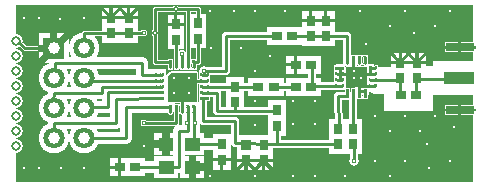
<source format=gbr>
%FSLAX34Y34*%
%MOMM*%
%LNCOPPER_TOP*%
G71*
G01*
%ADD10C, 2.60*%
%ADD11C, 0.45*%
%ADD12C, 0.20*%
%ADD13C, 0.30*%
%ADD14R, 1.70X1.60*%
%ADD15R, 1.60X1.70*%
%ADD16R, 1.40X1.50*%
%ADD17C, 1.05*%
%ADD18R, 2.10X1.90*%
%ADD19C, 0.40*%
%ADD20C, 0.60*%
%ADD21C, 0.80*%
%ADD22C, 0.65*%
%ADD23C, 2.25*%
%ADD24R, 2.90X2.80*%
%ADD25R, 4.50X3.00*%
%ADD26R, 2.60X0.85*%
%ADD27C, 1.20*%
%ADD28R, 0.25X0.70*%
%ADD29R, 0.70X0.25*%
%ADD30C, 0.60*%
%ADD31C, 0.27*%
%ADD32C, 0.70*%
%ADD33C, 0.65*%
%ADD34C, 0.13*%
%ADD35C, 0.13*%
%ADD36C, 0.22*%
%ADD37C, 1.80*%
%ADD38C, 0.25*%
%ADD39C, 0.00*%
%ADD40C, 0.10*%
%ADD41R, 0.90X0.80*%
%ADD42R, 0.80X0.90*%
%ADD43R, 1.30X1.10*%
%ADD44R, 2.50X1.00*%
%ADD45R, 2.40X0.65*%
%ADD46C, 0.80*%
%ADD47C, 1.00*%
%ADD48C, 0.50*%
%LPD*%
G36*
X0Y0D02*
X387000Y0D01*
X387000Y-150000D01*
X0Y-150000D01*
X0Y0D01*
G37*
%LPC*%
G36*
X18940Y-23350D02*
X44940Y-23350D01*
X44940Y-49350D01*
X18940Y-49350D01*
X18940Y-23350D01*
G37*
X57340Y-36350D02*
G54D10*
D03*
X31940Y-61750D02*
G54D10*
D03*
X57340Y-61750D02*
G54D10*
D03*
X31940Y-87150D02*
G54D10*
D03*
X57340Y-87150D02*
G54D10*
D03*
X31940Y-112550D02*
G54D10*
D03*
X57340Y-112550D02*
G54D10*
D03*
G54D11*
X280344Y-44243D02*
X280344Y-48802D01*
G36*
X282594Y-44243D02*
X278094Y-44243D01*
X278094Y-41993D01*
X282594Y-41993D01*
X282594Y-44243D01*
G37*
G36*
X278094Y-48802D02*
X282594Y-48802D01*
X282594Y-51052D01*
X278094Y-51052D01*
X278094Y-48802D01*
G37*
G36*
X279455Y-52312D02*
X295937Y-52320D01*
X295931Y-68801D01*
X279465Y-68812D01*
X279455Y-52312D01*
G37*
G54D12*
X279455Y-52312D02*
X295937Y-52320D01*
X295931Y-68801D01*
X279465Y-68812D01*
X279455Y-52312D01*
G54D11*
X285347Y-44230D02*
X285347Y-48789D01*
G36*
X287597Y-44230D02*
X283097Y-44230D01*
X283097Y-41980D01*
X287597Y-41980D01*
X287597Y-44230D01*
G37*
G36*
X283097Y-48789D02*
X287597Y-48788D01*
X287597Y-51038D01*
X283097Y-51039D01*
X283097Y-48789D01*
G37*
G54D11*
X290346Y-44219D02*
X290347Y-48777D01*
G36*
X292596Y-44218D02*
X288096Y-44219D01*
X288096Y-41969D01*
X292596Y-41968D01*
X292596Y-44218D01*
G37*
G36*
X288097Y-48777D02*
X292597Y-48777D01*
X292597Y-51027D01*
X288097Y-51027D01*
X288097Y-48777D01*
G37*
G54D11*
X295292Y-44229D02*
X295292Y-48788D01*
G36*
X297542Y-44229D02*
X293042Y-44229D01*
X293042Y-41979D01*
X297542Y-41979D01*
X297542Y-44229D01*
G37*
G36*
X293042Y-48788D02*
X297542Y-48787D01*
X297543Y-51037D01*
X293043Y-51038D01*
X293042Y-48788D01*
G37*
G54D11*
X280453Y-72425D02*
X280454Y-76984D01*
G36*
X282703Y-72425D02*
X278203Y-72425D01*
X278203Y-70175D01*
X282703Y-70175D01*
X282703Y-72425D01*
G37*
G36*
X278204Y-76984D02*
X282704Y-76983D01*
X282704Y-79233D01*
X278204Y-79234D01*
X278204Y-76984D01*
G37*
G54D11*
X285457Y-72412D02*
X285457Y-76970D01*
G36*
X287707Y-72412D02*
X283207Y-72412D01*
X283207Y-70162D01*
X287707Y-70162D01*
X287707Y-72412D01*
G37*
G36*
X283207Y-76971D02*
X287707Y-76970D01*
X287707Y-79220D01*
X283207Y-79221D01*
X283207Y-76971D01*
G37*
G54D11*
X290456Y-72400D02*
X290456Y-76959D01*
G36*
X292706Y-72400D02*
X288206Y-72401D01*
X288206Y-70151D01*
X292706Y-70150D01*
X292706Y-72400D01*
G37*
G36*
X288206Y-76959D02*
X292706Y-76959D01*
X292707Y-79209D01*
X288207Y-79209D01*
X288206Y-76959D01*
G37*
G54D11*
X295402Y-72411D02*
X295402Y-76969D01*
G36*
X297652Y-72411D02*
X293152Y-72411D01*
X293152Y-70161D01*
X297652Y-70161D01*
X297652Y-72411D01*
G37*
G36*
X293152Y-76970D02*
X297652Y-76969D01*
X297652Y-79219D01*
X293152Y-79220D01*
X293152Y-76970D01*
G37*
G54D11*
X304232Y-53076D02*
X299673Y-53076D01*
G36*
X304232Y-55326D02*
X304232Y-50826D01*
X306482Y-50826D01*
X306482Y-55326D01*
X304232Y-55326D01*
G37*
G36*
X299673Y-50826D02*
X299674Y-55326D01*
X297424Y-55326D01*
X297423Y-50826D01*
X299673Y-50826D01*
G37*
G54D11*
X304245Y-58079D02*
X299687Y-58080D01*
G36*
X304245Y-60329D02*
X304245Y-55829D01*
X306495Y-55829D01*
X306495Y-60329D01*
X304245Y-60329D01*
G37*
G36*
X299686Y-55830D02*
X299687Y-60330D01*
X297437Y-60330D01*
X297436Y-55830D01*
X299686Y-55830D01*
G37*
G54D11*
X304257Y-63079D02*
X299698Y-63079D01*
G36*
X304257Y-65329D02*
X304256Y-60829D01*
X306506Y-60829D01*
X306507Y-65329D01*
X304257Y-65329D01*
G37*
G36*
X299698Y-60829D02*
X299698Y-65329D01*
X297448Y-65329D01*
X297448Y-60829D01*
X299698Y-60829D01*
G37*
G54D11*
X304246Y-68025D02*
X299688Y-68025D01*
G36*
X304246Y-70275D02*
X304246Y-65775D01*
X306496Y-65774D01*
X306496Y-70274D01*
X304246Y-70275D01*
G37*
G36*
X299687Y-65775D02*
X299688Y-70275D01*
X297438Y-70275D01*
X297437Y-65775D01*
X299687Y-65775D01*
G37*
G54D11*
X276050Y-53186D02*
X271492Y-53186D01*
G36*
X276050Y-55436D02*
X276050Y-50936D01*
X278300Y-50936D01*
X278300Y-55436D01*
X276050Y-55436D01*
G37*
G36*
X271492Y-50936D02*
X271492Y-55436D01*
X269242Y-55436D01*
X269242Y-50936D01*
X271492Y-50936D01*
G37*
G54D11*
X276063Y-58189D02*
X271505Y-58189D01*
G36*
X276063Y-60439D02*
X276063Y-55939D01*
X278313Y-55939D01*
X278313Y-60439D01*
X276063Y-60439D01*
G37*
G36*
X271505Y-55939D02*
X271505Y-60439D01*
X269255Y-60440D01*
X269255Y-55940D01*
X271505Y-55939D01*
G37*
G54D11*
X276075Y-63189D02*
X271516Y-63189D01*
G36*
X276075Y-65439D02*
X276075Y-60939D01*
X278325Y-60938D01*
X278325Y-65438D01*
X276075Y-65439D01*
G37*
G36*
X271516Y-60939D02*
X271516Y-65439D01*
X269266Y-65439D01*
X269266Y-60939D01*
X271516Y-60939D01*
G37*
G54D11*
X276064Y-68134D02*
X271506Y-68135D01*
G36*
X276064Y-70384D02*
X276064Y-65884D01*
X278314Y-65884D01*
X278314Y-70384D01*
X276064Y-70384D01*
G37*
G36*
X271506Y-65885D02*
X271506Y-70385D01*
X269256Y-70385D01*
X269256Y-65885D01*
X271506Y-65885D01*
G37*
G54D11*
X130615Y-47674D02*
X130616Y-52233D01*
G36*
X132865Y-47674D02*
X128365Y-47674D01*
X128365Y-45424D01*
X132865Y-45424D01*
X132865Y-47674D01*
G37*
G36*
X128366Y-52233D02*
X132866Y-52233D01*
X132866Y-54483D01*
X128366Y-54483D01*
X128366Y-52233D01*
G37*
G54D11*
X135619Y-47661D02*
X135619Y-52220D01*
G36*
X137869Y-47661D02*
X133369Y-47661D01*
X133369Y-45411D01*
X137869Y-45411D01*
X137869Y-47661D01*
G37*
G36*
X133369Y-52220D02*
X137869Y-52220D01*
X137869Y-54470D01*
X133369Y-54470D01*
X133369Y-52220D01*
G37*
G54D11*
X140618Y-47650D02*
X140618Y-52208D01*
G36*
X142868Y-47650D02*
X138368Y-47650D01*
X138368Y-45400D01*
X142868Y-45400D01*
X142868Y-47650D01*
G37*
G36*
X138368Y-52208D02*
X142868Y-52208D01*
X142868Y-54458D01*
X138368Y-54458D01*
X138368Y-52208D01*
G37*
G54D11*
X145564Y-47660D02*
X145564Y-52219D01*
G36*
X147814Y-47660D02*
X143314Y-47660D01*
X143314Y-45410D01*
X147814Y-45410D01*
X147814Y-47660D01*
G37*
G36*
X143314Y-52219D02*
X147814Y-52218D01*
X147814Y-54468D01*
X143314Y-54469D01*
X143314Y-52219D01*
G37*
G54D11*
X150533Y-47685D02*
X150534Y-52244D01*
G36*
X152783Y-47685D02*
X148283Y-47685D01*
X148283Y-45435D01*
X152783Y-45435D01*
X152783Y-47685D01*
G37*
G36*
X148284Y-52244D02*
X152784Y-52243D01*
X152784Y-54493D01*
X148284Y-54494D01*
X148284Y-52244D01*
G37*
G54D11*
X130508Y-85703D02*
X130508Y-90261D01*
G36*
X132758Y-85703D02*
X128258Y-85703D01*
X128258Y-83453D01*
X132758Y-83453D01*
X132758Y-85703D01*
G37*
G36*
X128258Y-90261D02*
X132758Y-90261D01*
X132758Y-92511D01*
X128258Y-92511D01*
X128258Y-90261D01*
G37*
G54D11*
X135511Y-85690D02*
X135511Y-90248D01*
G36*
X137761Y-85690D02*
X133261Y-85690D01*
X133261Y-83440D01*
X137761Y-83440D01*
X137761Y-85690D01*
G37*
G36*
X133261Y-90248D02*
X137761Y-90248D01*
X137761Y-92498D01*
X133261Y-92498D01*
X133261Y-90248D01*
G37*
G54D11*
X140510Y-85678D02*
X140511Y-90237D01*
G36*
X142760Y-85678D02*
X138260Y-85678D01*
X138260Y-83428D01*
X142760Y-83428D01*
X142760Y-85678D01*
G37*
G36*
X138261Y-90237D02*
X142761Y-90237D01*
X142761Y-92487D01*
X138261Y-92487D01*
X138261Y-90237D01*
G37*
G54D11*
X145456Y-85689D02*
X145456Y-90247D01*
G36*
X147706Y-85689D02*
X143206Y-85689D01*
X143206Y-83439D01*
X147706Y-83439D01*
X147706Y-85689D01*
G37*
G36*
X143206Y-90247D02*
X147706Y-90247D01*
X147707Y-92497D01*
X143207Y-92497D01*
X143206Y-90247D01*
G37*
G54D11*
X150426Y-85714D02*
X150426Y-90272D01*
G36*
X152676Y-85714D02*
X148176Y-85714D01*
X148176Y-83464D01*
X152676Y-83464D01*
X152676Y-85714D01*
G37*
G36*
X148176Y-90272D02*
X152676Y-90272D01*
X152676Y-92522D01*
X148176Y-92522D01*
X148176Y-90272D01*
G37*
G54D11*
X161811Y-59064D02*
X157252Y-59064D01*
G36*
X161811Y-61314D02*
X161811Y-56814D01*
X164061Y-56814D01*
X164061Y-61314D01*
X161811Y-61314D01*
G37*
G36*
X157252Y-56814D02*
X157253Y-61314D01*
X155003Y-61314D01*
X155002Y-56814D01*
X157252Y-56814D01*
G37*
G54D11*
X161824Y-64067D02*
X157266Y-64068D01*
G36*
X161824Y-66317D02*
X161824Y-61817D01*
X164074Y-61817D01*
X164074Y-66317D01*
X161824Y-66317D01*
G37*
G36*
X157265Y-61818D02*
X157266Y-66318D01*
X155016Y-66318D01*
X155015Y-61818D01*
X157265Y-61818D01*
G37*
G54D11*
X161836Y-69067D02*
X157277Y-69067D01*
G36*
X161836Y-71317D02*
X161835Y-66817D01*
X164085Y-66817D01*
X164086Y-71317D01*
X161836Y-71317D01*
G37*
G36*
X157277Y-66817D02*
X157277Y-71317D01*
X155027Y-71317D01*
X155027Y-66817D01*
X157277Y-66817D01*
G37*
G54D11*
X161825Y-74013D02*
X157267Y-74013D01*
G36*
X161825Y-76263D02*
X161825Y-71763D01*
X164075Y-71762D01*
X164075Y-76262D01*
X161825Y-76263D01*
G37*
G36*
X157266Y-71763D02*
X157267Y-76263D01*
X155017Y-76263D01*
X155016Y-71763D01*
X157266Y-71763D01*
G37*
G54D11*
X161800Y-78982D02*
X157242Y-78982D01*
G36*
X161800Y-81232D02*
X161800Y-76732D01*
X164050Y-76732D01*
X164050Y-81232D01*
X161800Y-81232D01*
G37*
G36*
X157242Y-76732D02*
X157242Y-81232D01*
X154992Y-81232D01*
X154992Y-76732D01*
X157242Y-76732D01*
G37*
G54D11*
X123782Y-58956D02*
X119224Y-58957D01*
G36*
X123782Y-61206D02*
X123782Y-56706D01*
X126032Y-56706D01*
X126032Y-61206D01*
X123782Y-61206D01*
G37*
G36*
X119224Y-56707D02*
X119224Y-61207D01*
X116974Y-61207D01*
X116974Y-56707D01*
X119224Y-56707D01*
G37*
G54D11*
X123795Y-63960D02*
X119237Y-63960D01*
G36*
X123795Y-66210D02*
X123795Y-61710D01*
X126045Y-61710D01*
X126045Y-66210D01*
X123795Y-66210D01*
G37*
G36*
X119237Y-61710D02*
X119237Y-66210D01*
X116987Y-66210D01*
X116987Y-61710D01*
X119237Y-61710D01*
G37*
G54D11*
X123807Y-68959D02*
X119248Y-68959D01*
G36*
X123807Y-71209D02*
X123807Y-66709D01*
X126057Y-66709D01*
X126057Y-71209D01*
X123807Y-71209D01*
G37*
G36*
X119248Y-66709D02*
X119249Y-71209D01*
X116999Y-71209D01*
X116998Y-66709D01*
X119248Y-66709D01*
G37*
G54D11*
X123796Y-73905D02*
X119238Y-73905D01*
G36*
X123796Y-76155D02*
X123796Y-71655D01*
X126046Y-71655D01*
X126046Y-76155D01*
X123796Y-76155D01*
G37*
G36*
X119238Y-71655D02*
X119238Y-76155D01*
X116988Y-76155D01*
X116988Y-71655D01*
X119238Y-71655D01*
G37*
G54D11*
X123771Y-78874D02*
X119213Y-78874D01*
G36*
X123771Y-81124D02*
X123771Y-76624D01*
X126021Y-76624D01*
X126021Y-81124D01*
X123771Y-81124D01*
G37*
G36*
X119213Y-76624D02*
X119213Y-81124D01*
X116963Y-81125D01*
X116963Y-76625D01*
X119213Y-76624D01*
G37*
G36*
X132381Y-57210D02*
X152601Y-57209D01*
X152601Y-80879D01*
X128932Y-80880D01*
X128932Y-60149D01*
X132381Y-57210D01*
G37*
G54D13*
X132381Y-57210D02*
X152601Y-57209D01*
X152601Y-80879D01*
X128932Y-80880D01*
X128932Y-60149D01*
X132381Y-57210D01*
G36*
X120840Y-112550D02*
X132386Y-112550D01*
X132386Y-122308D01*
X120840Y-122324D01*
X120840Y-112550D01*
G37*
G54D13*
X120840Y-112550D02*
X132386Y-112550D01*
X132386Y-122308D01*
X120840Y-122324D01*
X120840Y-112550D01*
G36*
X143246Y-112519D02*
X154792Y-112519D01*
X154792Y-122277D01*
X143246Y-122265D01*
X143246Y-112519D01*
G37*
G54D13*
X143246Y-112519D02*
X154792Y-112519D01*
X154792Y-122277D01*
X143246Y-122265D01*
X143246Y-112519D01*
G36*
X120904Y-132064D02*
X132449Y-132065D01*
X132450Y-141822D01*
X120904Y-141838D01*
X120904Y-132064D01*
G37*
G54D13*
X120904Y-132064D02*
X132449Y-132065D01*
X132450Y-141822D01*
X120904Y-141838D01*
X120904Y-132064D01*
G36*
X143309Y-132034D02*
X154856Y-132034D01*
X154856Y-141792D01*
X143310Y-141779D01*
X143309Y-132034D01*
G37*
G54D13*
X143309Y-132034D02*
X154856Y-132034D01*
X154856Y-141792D01*
X143310Y-141779D01*
X143309Y-132034D01*
X100618Y-137164D02*
G54D14*
D03*
X87550Y-137160D02*
G54D14*
D03*
X174092Y-117730D02*
G54D15*
D03*
X174090Y-130800D02*
G54D15*
D03*
X95177Y-23481D02*
G54D15*
D03*
X95177Y-10410D02*
G54D15*
D03*
X80290Y-23481D02*
G54D15*
D03*
X80290Y-10410D02*
G54D15*
D03*
X154013Y-15191D02*
G54D16*
D03*
X154008Y-28262D02*
G54D16*
D03*
X249350Y-13260D02*
G54D15*
D03*
X249341Y-26326D02*
G54D15*
D03*
X262050Y-13260D02*
G54D15*
D03*
X262041Y-26326D02*
G54D15*
D03*
G54D17*
X126644Y-137076D02*
X100570Y-137283D01*
X126740Y-117460D02*
G54D18*
D03*
X149290Y-136890D02*
G54D18*
D03*
G54D17*
X145452Y-87420D02*
X145452Y-106406D01*
X137735Y-106415D01*
X137722Y-137190D01*
X126285Y-137186D01*
G36*
X150702Y-87420D02*
X140202Y-87420D01*
X140202Y-82170D01*
X150702Y-82170D01*
X150702Y-87420D01*
G37*
G36*
X126287Y-131936D02*
X126283Y-142436D01*
X121033Y-142434D01*
X121037Y-131934D01*
X126287Y-131936D01*
G37*
G54D17*
X150431Y-86977D02*
X150402Y-117597D01*
X174190Y-117597D01*
G36*
X155681Y-86982D02*
X145181Y-86972D01*
X145186Y-81722D01*
X155686Y-81732D01*
X155681Y-86982D01*
G37*
G54D17*
X32781Y-53569D02*
X32782Y-49145D01*
X106519Y-49091D01*
X106524Y-58969D01*
X121569Y-58952D01*
G36*
X121575Y-64202D02*
X121563Y-53702D01*
X126813Y-53696D01*
X126825Y-64196D01*
X121575Y-64202D01*
G37*
G54D17*
X121575Y-64064D02*
X65122Y-64066D01*
G36*
X121575Y-69314D02*
X121575Y-58814D01*
X126825Y-58814D01*
X126825Y-69314D01*
X121575Y-69314D01*
G37*
G54D17*
X31632Y-79984D02*
X31636Y-74718D01*
X72771Y-74705D01*
X72777Y-68869D01*
X121569Y-68954D01*
G36*
X121560Y-74204D02*
X121578Y-63704D01*
X126828Y-63713D01*
X126810Y-74213D01*
X121560Y-74204D01*
G37*
G54D17*
X65212Y-86073D02*
X78127Y-86073D01*
X78126Y-73864D01*
X121606Y-73884D01*
G36*
X121603Y-79134D02*
X121608Y-68634D01*
X126858Y-68637D01*
X126853Y-79137D01*
X121603Y-79134D01*
G37*
G54D17*
X32072Y-105768D02*
X32063Y-99862D01*
X84684Y-99779D01*
X84696Y-79101D01*
X121610Y-78959D01*
G36*
X121630Y-84209D02*
X121589Y-73709D01*
X126839Y-73689D01*
X126880Y-84189D01*
X121630Y-84209D01*
G37*
G54D17*
X64294Y-112719D02*
X92809Y-112685D01*
X92785Y-86569D01*
X130339Y-86568D01*
X38290Y-137950D02*
G54D19*
D03*
G54D11*
X57850Y-28927D02*
X57850Y-23693D01*
X108133Y-23647D01*
X108140Y-99850D02*
G54D20*
D03*
X108140Y-23650D02*
G54D20*
D03*
X135240Y-16220D02*
G54D16*
D03*
X135238Y-29288D02*
G54D16*
D03*
X140423Y-41679D02*
G54D20*
D03*
X135330Y-3500D02*
G54D20*
D03*
G54D11*
X135619Y-46626D02*
X135476Y-28611D01*
G54D11*
X130370Y-47754D02*
X117495Y-47754D01*
X117430Y-3487D01*
X146883Y-3465D01*
G54D11*
X150369Y-47704D02*
X154027Y-47706D01*
X154017Y-28122D01*
G36*
X150370Y-45454D02*
X150367Y-49954D01*
X148117Y-49953D01*
X148120Y-45453D01*
X150370Y-45454D01*
G37*
G36*
X156267Y-28121D02*
X151767Y-28123D01*
X151766Y-25873D01*
X156266Y-25871D01*
X156267Y-28121D01*
G37*
G54D11*
X154017Y-13196D02*
X154055Y-3487D01*
X145471Y-3485D01*
X145594Y-47580D01*
X133540Y-61750D02*
G54D19*
D03*
X146240Y-61750D02*
G54D19*
D03*
X133540Y-74450D02*
G54D19*
D03*
X146240Y-74450D02*
G54D19*
D03*
G54D11*
X108140Y-99850D02*
X135470Y-99862D01*
X135487Y-88278D01*
G54D11*
X140503Y-85865D02*
X140503Y-77241D01*
G54D11*
X157413Y-64080D02*
X150536Y-64080D01*
X117700Y-23670D02*
G54D20*
D03*
X57340Y-137950D02*
G54D19*
D03*
X57340Y-10950D02*
G54D19*
D03*
X144864Y-99849D02*
G54D21*
D03*
X151156Y-99920D02*
G54D21*
D03*
X158940Y-55400D02*
G54D21*
D03*
G54D22*
X158948Y-55411D02*
X158948Y-59118D01*
G36*
X155698Y-59118D02*
X162198Y-59118D01*
X162198Y-62368D01*
X155698Y-62368D01*
X155698Y-59118D01*
G37*
G54D22*
X140609Y-41586D02*
X140608Y-51009D01*
G36*
X137358Y-51009D02*
X143858Y-51009D01*
X143858Y-54259D01*
X137358Y-54259D01*
X137358Y-51009D01*
G37*
X165290Y-36350D02*
G54D19*
D03*
G36*
X186590Y-109860D02*
X202590Y-109860D01*
X202590Y-126860D01*
X186590Y-126860D01*
X186590Y-109860D01*
G37*
X194590Y-131431D02*
G54D15*
D03*
X209477Y-118360D02*
G54D15*
D03*
X209477Y-131431D02*
G54D15*
D03*
G54D22*
X157999Y-79128D02*
X158023Y-98016D01*
X185592Y-98034D01*
X185584Y-117076D01*
X220677Y-117137D01*
X220690Y-102941D01*
G36*
X161249Y-79124D02*
X154749Y-79132D01*
X154745Y-75882D01*
X161245Y-75874D01*
X161249Y-79124D01*
G37*
G36*
X223940Y-102944D02*
X217440Y-102938D01*
X217443Y-99688D01*
X223943Y-99694D01*
X223940Y-102944D01*
G37*
G54D22*
X157998Y-74012D02*
X170467Y-74016D01*
X170454Y-89461D01*
X221063Y-89461D01*
G36*
X157999Y-70762D02*
X157997Y-77262D01*
X154747Y-77261D01*
X154749Y-70761D01*
X157999Y-70762D01*
G37*
G36*
X221063Y-92711D02*
X221063Y-86211D01*
X224313Y-86211D01*
X224313Y-92711D01*
X221063Y-92711D01*
G37*
X220606Y-89083D02*
G54D15*
D03*
X220604Y-102154D02*
G54D15*
D03*
X185466Y-69224D02*
G54D15*
D03*
X185464Y-82295D02*
G54D15*
D03*
G54D22*
X185494Y-89436D02*
X185494Y-82558D01*
G54D22*
X157991Y-69070D02*
X204685Y-69110D01*
G36*
X157994Y-65820D02*
X157988Y-72320D01*
X154738Y-72317D01*
X154744Y-65817D01*
X157994Y-65820D01*
G37*
G36*
X204682Y-72360D02*
X204688Y-65860D01*
X207938Y-65863D01*
X207932Y-72363D01*
X204682Y-72360D01*
G37*
X218175Y-69262D02*
G54D14*
D03*
X205105Y-69260D02*
G54D14*
D03*
X202412Y-81125D02*
G54D19*
D03*
X202412Y-101155D02*
G54D19*
D03*
X249925Y-69262D02*
G54D14*
D03*
X236855Y-69260D02*
G54D14*
D03*
X249925Y-50212D02*
G54D14*
D03*
X236850Y-50210D02*
G54D14*
D03*
G54D22*
X218667Y-69224D02*
X236560Y-69224D01*
G54D22*
X158940Y-55400D02*
X177990Y-55400D01*
X177990Y-26234D01*
X221118Y-26233D01*
G36*
X221118Y-29483D02*
X221117Y-22983D01*
X224367Y-22983D01*
X224368Y-29483D01*
X221118Y-29483D01*
G37*
X202412Y-55725D02*
G54D19*
D03*
X291312Y-4925D02*
G54D19*
D03*
X202412Y-4925D02*
G54D19*
D03*
X164312Y-4925D02*
G54D19*
D03*
X202412Y-144625D02*
G54D19*
D03*
X164312Y-144625D02*
G54D19*
D03*
X108195Y-119225D02*
G54D19*
D03*
G54D22*
X275744Y-68146D02*
X250118Y-68128D01*
X250118Y-50238D01*
G36*
X275742Y-71396D02*
X275747Y-64896D01*
X278997Y-64898D01*
X278992Y-71398D01*
X275742Y-71396D01*
G37*
G36*
X253368Y-50238D02*
X246868Y-50238D01*
X246868Y-46988D01*
X253368Y-46988D01*
X253368Y-50238D01*
G37*
G54D22*
X274142Y-53444D02*
X274142Y-62865D01*
X274413Y-63137D01*
G36*
X277392Y-53444D02*
X270892Y-53444D01*
X270891Y-50194D01*
X277391Y-50194D01*
X277392Y-53444D01*
G37*
X285940Y-55400D02*
G54D19*
D03*
X285940Y-61750D02*
G54D19*
D03*
X292290Y-61750D02*
G54D19*
D03*
G54D22*
X274345Y-58212D02*
X283039Y-58213D01*
G54D22*
X299753Y-53092D02*
X299753Y-57990D01*
X292781Y-57987D01*
G36*
X303003Y-53092D02*
X296503Y-53092D01*
X296503Y-49842D01*
X303003Y-49842D01*
X303003Y-53092D01*
G37*
G36*
X292783Y-54737D02*
X292779Y-61237D01*
X289529Y-61235D01*
X289533Y-54735D01*
X292783Y-54737D01*
G37*
G54D22*
X295377Y-72548D02*
X290485Y-72526D01*
X290486Y-66033D01*
G36*
X295363Y-75798D02*
X295392Y-69299D01*
X298642Y-69313D01*
X298613Y-75813D01*
X295363Y-75798D01*
G37*
G36*
X293736Y-66033D02*
X287236Y-66032D01*
X287236Y-62782D01*
X293736Y-62783D01*
X293736Y-66033D01*
G37*
G54D22*
X285373Y-45255D02*
X285374Y-58706D01*
G36*
X288623Y-45255D02*
X282123Y-45255D01*
X282123Y-42005D01*
X288623Y-42005D01*
X288623Y-45255D01*
G37*
G36*
X282124Y-58706D02*
X288624Y-58706D01*
X288624Y-61956D01*
X282124Y-61956D01*
X282124Y-58706D01*
G37*
G54D22*
X303102Y-68024D02*
X290703Y-68024D01*
X290612Y-68114D01*
G36*
X303102Y-71274D02*
X303102Y-64774D01*
X306352Y-64773D01*
X306352Y-71273D01*
X303102Y-71274D01*
G37*
X272786Y-104566D02*
G54D15*
D03*
X272784Y-117637D02*
G54D15*
D03*
X285486Y-104566D02*
G54D15*
D03*
X285484Y-117637D02*
G54D15*
D03*
G54D22*
X285481Y-76838D02*
X285481Y-104956D01*
G54D22*
X280415Y-76870D02*
X272912Y-76857D01*
X272942Y-104811D01*
G36*
X280409Y-80120D02*
X280420Y-73620D01*
X283670Y-73625D01*
X283659Y-80125D01*
X280409Y-80120D01*
G37*
G36*
X269692Y-104814D02*
X276192Y-104807D01*
X276195Y-108057D01*
X269695Y-108064D01*
X269692Y-104814D01*
G37*
G54D22*
X220560Y-117152D02*
X272685Y-117191D01*
X253212Y-81125D02*
G54D19*
D03*
X234162Y-81125D02*
G54D19*
D03*
X234162Y-100175D02*
G54D19*
D03*
X253212Y-100175D02*
G54D19*
D03*
X285940Y-131600D02*
G54D21*
D03*
G54D22*
X285913Y-131552D02*
X285913Y-118927D01*
X285940Y-118900D01*
G54D23*
X304444Y-63025D02*
X325293Y-63000D01*
X325280Y-76026D01*
X325187Y-61781D02*
G54D15*
D03*
X325187Y-48710D02*
G54D15*
D03*
X338825Y-75612D02*
G54D24*
D03*
X325755Y-75610D02*
G54D24*
D03*
X339447Y-61580D02*
G54D15*
D03*
X339447Y-48510D02*
G54D15*
D03*
G54D23*
X338879Y-75536D02*
X338867Y-62880D01*
X371766Y-62849D01*
X374840Y-61750D02*
G54D25*
D03*
X375490Y-35750D02*
G54D26*
D03*
X375490Y-88730D02*
G54D26*
D03*
X215112Y-43025D02*
G54D19*
D03*
X227812Y-4925D02*
G54D19*
D03*
X316712Y-17625D02*
G54D19*
D03*
X354812Y-17625D02*
G54D19*
D03*
X329412Y-4925D02*
G54D19*
D03*
X367512Y-4925D02*
G54D19*
D03*
X329412Y-93825D02*
G54D19*
D03*
X370714Y-103234D02*
G54D19*
D03*
X354812Y-93825D02*
G54D19*
D03*
X316712Y-144625D02*
G54D19*
D03*
X316712Y-106525D02*
G54D19*
D03*
X347662Y-117253D02*
G54D19*
D03*
X342112Y-106525D02*
G54D19*
D03*
X367512Y-131925D02*
G54D19*
D03*
X329412Y-131925D02*
G54D19*
D03*
X253212Y-144625D02*
G54D19*
D03*
X234162Y-144625D02*
G54D19*
D03*
X278612Y-144625D02*
G54D19*
D03*
X304012Y-131925D02*
G54D19*
D03*
X304012Y-93825D02*
G54D19*
D03*
X190Y-30000D02*
G54D27*
D03*
X190Y-42700D02*
G54D27*
D03*
X190Y-55400D02*
G54D27*
D03*
X190Y-68100D02*
G54D27*
D03*
X190Y-80800D02*
G54D27*
D03*
X190Y-93500D02*
G54D27*
D03*
X190Y-106200D02*
G54D27*
D03*
X190Y-118900D02*
G54D27*
D03*
X233780Y-26187D02*
G54D14*
D03*
X220710Y-26185D02*
G54D14*
D03*
G54D22*
X280349Y-47788D02*
X280368Y-26400D01*
X233292Y-26401D01*
X295344Y-46421D02*
G54D28*
D03*
X290423Y-46602D02*
G54D28*
D03*
X285386Y-46418D02*
G54D28*
D03*
X280441Y-46510D02*
G54D28*
D03*
X280484Y-74662D02*
G54D28*
D03*
X285478Y-74807D02*
G54D28*
D03*
X290514Y-74624D02*
G54D28*
D03*
X295459Y-74807D02*
G54D28*
D03*
X130413Y-87968D02*
G54D28*
D03*
X135554Y-87968D02*
G54D28*
D03*
X140484Y-87968D02*
G54D28*
D03*
X145413Y-88109D02*
G54D28*
D03*
X150413Y-88039D02*
G54D28*
D03*
X150525Y-49976D02*
G54D28*
D03*
X145566Y-49932D02*
G54D28*
D03*
X140639Y-49922D02*
G54D28*
D03*
X135632Y-49955D02*
G54D28*
D03*
X130624Y-49952D02*
G54D28*
D03*
X302088Y-68036D02*
G54D29*
D03*
X301870Y-62994D02*
G54D29*
D03*
X302053Y-58049D02*
G54D29*
D03*
X301972Y-53069D02*
G54D29*
D03*
X273758Y-53195D02*
G54D29*
D03*
X273782Y-58176D02*
G54D29*
D03*
X273767Y-63197D02*
G54D29*
D03*
X273814Y-68141D02*
G54D29*
D03*
X159520Y-79003D02*
G54D29*
D03*
X159533Y-74011D02*
G54D29*
D03*
X159539Y-69054D02*
G54D29*
D03*
X159578Y-64070D02*
G54D29*
D03*
X159542Y-59064D02*
G54D29*
D03*
X121532Y-58972D02*
G54D29*
D03*
X121493Y-63962D02*
G54D29*
D03*
X121516Y-68953D02*
G54D29*
D03*
X121558Y-73891D02*
G54D29*
D03*
X121516Y-78895D02*
G54D29*
D03*
X149020Y-117340D02*
G54D18*
D03*
X126871Y-137093D02*
G54D18*
D03*
X37146Y-11552D02*
G54D19*
D03*
X19240Y-137950D02*
G54D19*
D03*
X19240Y-10950D02*
G54D19*
D03*
X349440Y-137950D02*
G54D19*
D03*
X336740Y-23650D02*
G54D19*
D03*
G54D11*
X859Y-30068D02*
X7143Y-36356D01*
X31932Y-36342D01*
X6540Y-10950D02*
G54D19*
D03*
X6540Y-137950D02*
G54D19*
D03*
X184340Y-4600D02*
G54D19*
D03*
X190690Y-36350D02*
G54D19*
D03*
X296316Y-32632D02*
G54D19*
D03*
%LPD*%
G54D30*
G36*
X28940Y-36350D02*
X28940Y-22850D01*
X34940Y-22850D01*
X34940Y-36350D01*
X28940Y-36350D01*
G37*
G36*
X29819Y-34229D02*
X43172Y-20875D01*
X47415Y-25118D01*
X34061Y-38471D01*
X29819Y-34229D01*
G37*
G36*
X34061Y-38471D02*
X20708Y-51825D01*
X16465Y-47582D01*
X29819Y-34229D01*
X34061Y-38471D01*
G37*
G36*
X31940Y-39350D02*
X18440Y-39350D01*
X18440Y-33350D01*
X31940Y-33350D01*
X31940Y-39350D01*
G37*
G54D31*
G36*
X88884Y-137160D02*
X88884Y-145660D01*
X86216Y-145660D01*
X86216Y-137160D01*
X88884Y-137160D01*
G37*
G36*
X87550Y-138494D02*
X78550Y-138494D01*
X78550Y-135826D01*
X87550Y-135826D01*
X87550Y-138494D01*
G37*
G36*
X86216Y-137160D02*
X86216Y-128660D01*
X88884Y-128660D01*
X88884Y-137160D01*
X86216Y-137160D01*
G37*
G54D31*
G36*
X174090Y-129466D02*
X182590Y-129466D01*
X182590Y-132134D01*
X174090Y-132134D01*
X174090Y-129466D01*
G37*
G36*
X175424Y-130800D02*
X175424Y-139800D01*
X172756Y-139800D01*
X172756Y-130800D01*
X175424Y-130800D01*
G37*
G36*
X174090Y-132134D02*
X165590Y-132134D01*
X165590Y-129466D01*
X174090Y-129466D01*
X174090Y-132134D01*
G37*
G54D31*
G36*
X95177Y-11744D02*
X86677Y-11744D01*
X86677Y-9077D01*
X95177Y-9077D01*
X95177Y-11744D01*
G37*
G36*
X94206Y-11324D02*
X85863Y-2460D01*
X87805Y-632D01*
X96148Y-9496D01*
X94206Y-11324D01*
G37*
G36*
X93844Y-10410D02*
X93843Y-1410D01*
X96510Y-1410D01*
X96510Y-10410D01*
X93844Y-10410D01*
G37*
G36*
X94206Y-9496D02*
X102549Y-632D01*
X104491Y-2460D01*
X96148Y-11324D01*
X94206Y-9496D01*
G37*
G36*
X95177Y-9077D02*
X103677Y-9077D01*
X103677Y-11744D01*
X95177Y-11744D01*
X95177Y-9077D01*
G37*
G54D31*
G36*
X80290Y-11744D02*
X71790Y-11744D01*
X71790Y-9076D01*
X80290Y-9076D01*
X80290Y-11744D01*
G37*
G36*
X79319Y-11324D02*
X70976Y-2460D01*
X72918Y-632D01*
X81261Y-9496D01*
X79319Y-11324D01*
G37*
G36*
X78956Y-10410D02*
X78956Y-1410D01*
X81624Y-1410D01*
X81624Y-10410D01*
X78956Y-10410D01*
G37*
G36*
X79319Y-9496D02*
X87662Y-632D01*
X89604Y-2460D01*
X81261Y-11324D01*
X79319Y-9496D01*
G37*
G36*
X80290Y-9076D02*
X88790Y-9076D01*
X88790Y-11744D01*
X80290Y-11744D01*
X80290Y-9076D01*
G37*
G54D31*
G36*
X248016Y-13260D02*
X248016Y-4260D01*
X250684Y-4260D01*
X250684Y-13260D01*
X248016Y-13260D01*
G37*
G36*
X249350Y-11926D02*
X257850Y-11926D01*
X257850Y-14594D01*
X249350Y-14594D01*
X249350Y-11926D01*
G37*
G36*
X249350Y-14594D02*
X240850Y-14594D01*
X240850Y-11926D01*
X249350Y-11926D01*
X249350Y-14594D01*
G37*
G54D31*
G36*
X260716Y-13260D02*
X260716Y-4260D01*
X263384Y-4260D01*
X263384Y-13260D01*
X260716Y-13260D01*
G37*
G36*
X262050Y-11926D02*
X270550Y-11926D01*
X270550Y-14594D01*
X262050Y-14594D01*
X262050Y-11926D01*
G37*
G36*
X262050Y-14594D02*
X253550Y-14594D01*
X253550Y-11926D01*
X262050Y-11926D01*
X262050Y-14594D01*
G37*
G54D32*
G36*
X123238Y-117460D02*
X123238Y-107460D01*
X130242Y-107460D01*
X130242Y-117460D01*
X123238Y-117460D01*
G37*
G36*
X130242Y-117460D02*
X130242Y-127460D01*
X123238Y-127460D01*
X123238Y-117460D01*
X130242Y-117460D01*
G37*
G36*
X126740Y-120962D02*
X115740Y-120962D01*
X115740Y-113958D01*
X126740Y-113958D01*
X126740Y-120962D01*
G37*
G54D33*
G36*
X146064Y-136890D02*
X146064Y-126890D01*
X152516Y-126890D01*
X152516Y-136890D01*
X146064Y-136890D01*
G37*
G36*
X149290Y-133664D02*
X160290Y-133664D01*
X160290Y-140116D01*
X149290Y-140116D01*
X149290Y-133664D01*
G37*
G36*
X152516Y-136890D02*
X152516Y-146890D01*
X146064Y-146890D01*
X146064Y-136890D01*
X152516Y-136890D01*
G37*
G54D31*
G36*
X133906Y-16220D02*
X133906Y-8220D01*
X136574Y-8220D01*
X136574Y-16220D01*
X133906Y-16220D01*
G37*
G36*
X135240Y-14886D02*
X142740Y-14886D01*
X142740Y-17554D01*
X135240Y-17554D01*
X135240Y-14886D01*
G37*
G36*
X135240Y-17554D02*
X127740Y-17554D01*
X127740Y-14886D01*
X135240Y-14886D01*
X135240Y-17554D01*
G37*
G54D34*
G36*
X134663Y-3500D02*
X134663Y0D01*
X135997Y0D01*
X135997Y-3500D01*
X134663Y-3500D01*
G37*
G36*
X135330Y-2833D02*
X138830Y-2833D01*
X138830Y-4167D01*
X135330Y-4167D01*
X135330Y-2833D01*
G37*
G36*
X135997Y-3500D02*
X135997Y-7000D01*
X134663Y-7000D01*
X134663Y-3500D01*
X135997Y-3500D01*
G37*
G36*
X135330Y-4167D02*
X131830Y-4167D01*
X131830Y-2833D01*
X135330Y-2833D01*
X135330Y-4167D01*
G37*
G54D34*
G36*
X117033Y-23670D02*
X117033Y-20170D01*
X118367Y-20170D01*
X118367Y-23670D01*
X117033Y-23670D01*
G37*
G36*
X117700Y-23003D02*
X121200Y-23003D01*
X121200Y-24337D01*
X117700Y-24337D01*
X117700Y-23003D01*
G37*
G36*
X118367Y-23670D02*
X118367Y-27170D01*
X117033Y-27170D01*
X117033Y-23670D01*
X118367Y-23670D01*
G37*
G36*
X117700Y-24337D02*
X114200Y-24337D01*
X114200Y-23003D01*
X117700Y-23003D01*
X117700Y-24337D01*
G37*
G54D35*
G36*
X56680Y-10950D02*
X56680Y-8450D01*
X58000Y-8450D01*
X58000Y-10950D01*
X56680Y-10950D01*
G37*
G36*
X56873Y-10483D02*
X58641Y-8716D01*
X59574Y-9649D01*
X57807Y-11417D01*
X56873Y-10483D01*
G37*
G36*
X57340Y-10290D02*
X59840Y-10290D01*
X59840Y-11610D01*
X57340Y-11610D01*
X57340Y-10290D01*
G37*
G36*
X57807Y-10483D02*
X59574Y-12251D01*
X58641Y-13184D01*
X56873Y-11417D01*
X57807Y-10483D01*
G37*
G36*
X58000Y-10950D02*
X58000Y-13450D01*
X56680Y-13450D01*
X56680Y-10950D01*
X58000Y-10950D01*
G37*
G36*
X57807Y-11417D02*
X56039Y-13184D01*
X55106Y-12251D01*
X56873Y-10483D01*
X57807Y-11417D01*
G37*
G36*
X57340Y-11610D02*
X54840Y-11610D01*
X54840Y-10290D01*
X57340Y-10290D01*
X57340Y-11610D01*
G37*
G36*
X56873Y-11417D02*
X55106Y-9649D01*
X56039Y-8716D01*
X57807Y-10483D01*
X56873Y-11417D01*
G37*
G54D35*
G36*
X164630Y-36350D02*
X164630Y-33850D01*
X165950Y-33850D01*
X165950Y-36350D01*
X164630Y-36350D01*
G37*
G36*
X165290Y-35690D02*
X167790Y-35690D01*
X167790Y-37010D01*
X165290Y-37010D01*
X165290Y-35690D01*
G37*
G36*
X165950Y-36350D02*
X165950Y-38850D01*
X164630Y-38850D01*
X164630Y-36350D01*
X165950Y-36350D01*
G37*
G36*
X165290Y-37010D02*
X162790Y-37010D01*
X162790Y-35690D01*
X165290Y-35690D01*
X165290Y-37010D01*
G37*
G54D31*
G36*
X194590Y-130097D02*
X203090Y-130097D01*
X203090Y-132764D01*
X194590Y-132764D01*
X194590Y-130097D01*
G37*
G36*
X195561Y-130517D02*
X203904Y-139381D01*
X201962Y-141209D01*
X193619Y-132345D01*
X195561Y-130517D01*
G37*
G36*
X195924Y-131431D02*
X195924Y-140431D01*
X193256Y-140431D01*
X193256Y-131431D01*
X195924Y-131431D01*
G37*
G36*
X195561Y-132345D02*
X187218Y-141209D01*
X185276Y-139381D01*
X193619Y-130517D01*
X195561Y-132345D01*
G37*
G36*
X194590Y-132764D02*
X186090Y-132764D01*
X186090Y-130097D01*
X194590Y-130097D01*
X194590Y-132764D01*
G37*
G54D31*
G36*
X209477Y-130098D02*
X217977Y-130098D01*
X217977Y-132764D01*
X209477Y-132764D01*
X209477Y-130098D01*
G37*
G36*
X210448Y-130517D02*
X218791Y-139381D01*
X216849Y-141209D01*
X208506Y-132345D01*
X210448Y-130517D01*
G37*
G36*
X210810Y-131431D02*
X210810Y-140431D01*
X208144Y-140431D01*
X208144Y-131431D01*
X210810Y-131431D01*
G37*
G36*
X210448Y-132345D02*
X202105Y-141209D01*
X200163Y-139381D01*
X208506Y-130517D01*
X210448Y-132345D01*
G37*
G36*
X209477Y-132764D02*
X200977Y-132764D01*
X200977Y-130098D01*
X209477Y-130098D01*
X209477Y-132764D01*
G37*
G54D31*
G36*
X238184Y-50210D02*
X238184Y-58710D01*
X235516Y-58710D01*
X235516Y-50210D01*
X238184Y-50210D01*
G37*
G36*
X236850Y-51544D02*
X227850Y-51544D01*
X227850Y-48876D01*
X236850Y-48876D01*
X236850Y-51544D01*
G37*
G36*
X235516Y-50210D02*
X235516Y-41710D01*
X238184Y-41710D01*
X238184Y-50210D01*
X235516Y-50210D01*
G37*
G54D35*
G36*
X163652Y-4925D02*
X163652Y-2425D01*
X164972Y-2425D01*
X164972Y-4925D01*
X163652Y-4925D01*
G37*
G36*
X164312Y-4265D02*
X166812Y-4265D01*
X166812Y-5585D01*
X164312Y-5585D01*
X164312Y-4265D01*
G37*
G36*
X164972Y-4925D02*
X164972Y-7425D01*
X163652Y-7425D01*
X163652Y-4925D01*
X164972Y-4925D01*
G37*
G36*
X164312Y-5585D02*
X161812Y-5585D01*
X161812Y-4265D01*
X164312Y-4265D01*
X164312Y-5585D01*
G37*
G54D31*
G36*
X325187Y-50043D02*
X316687Y-50043D01*
X316687Y-47376D01*
X325187Y-47376D01*
X325187Y-50043D01*
G37*
G36*
X324216Y-49624D02*
X315873Y-40760D01*
X317815Y-38932D01*
X326158Y-47796D01*
X324216Y-49624D01*
G37*
G36*
X323853Y-48710D02*
X323853Y-39710D01*
X326520Y-39710D01*
X326520Y-48710D01*
X323853Y-48710D01*
G37*
G36*
X324216Y-47796D02*
X332558Y-38932D01*
X334500Y-40760D01*
X326158Y-49624D01*
X324216Y-47796D01*
G37*
G36*
X325187Y-47376D02*
X333687Y-47376D01*
X333687Y-50044D01*
X325187Y-50043D01*
X325187Y-47376D01*
G37*
G54D31*
G36*
X339447Y-49843D02*
X330947Y-49843D01*
X330947Y-47176D01*
X339447Y-47176D01*
X339447Y-49843D01*
G37*
G36*
X338476Y-49423D02*
X330133Y-40559D01*
X332075Y-38731D01*
X340418Y-47596D01*
X338476Y-49423D01*
G37*
G36*
X338113Y-48510D02*
X338113Y-39510D01*
X340780Y-39510D01*
X340780Y-48510D01*
X338113Y-48510D01*
G37*
G36*
X338476Y-47596D02*
X346818Y-38731D01*
X348760Y-40559D01*
X340418Y-49423D01*
X338476Y-47596D01*
G37*
G36*
X339447Y-47176D02*
X347947Y-47176D01*
X347947Y-49843D01*
X339447Y-49843D01*
X339447Y-47176D01*
G37*
G54D36*
G36*
X374406Y-35750D02*
X374406Y-31000D01*
X376574Y-31000D01*
X376574Y-35750D01*
X374406Y-35750D01*
G37*
G36*
X375490Y-34666D02*
X388990Y-34666D01*
X388990Y-36834D01*
X375490Y-36834D01*
X375490Y-34666D01*
G37*
G36*
X376574Y-35750D02*
X376574Y-40500D01*
X374406Y-40500D01*
X374406Y-35750D01*
X376574Y-35750D01*
G37*
G36*
X375490Y-36834D02*
X361990Y-36834D01*
X361990Y-34666D01*
X375490Y-34666D01*
X375490Y-36834D01*
G37*
G54D36*
G36*
X374406Y-88730D02*
X374406Y-83980D01*
X376574Y-83980D01*
X376574Y-88730D01*
X374406Y-88730D01*
G37*
G36*
X375490Y-87646D02*
X388990Y-87646D01*
X388990Y-89814D01*
X375490Y-89814D01*
X375490Y-87646D01*
G37*
G36*
X376574Y-88730D02*
X376574Y-93480D01*
X374406Y-93480D01*
X374406Y-88730D01*
X376574Y-88730D01*
G37*
G36*
X375490Y-89814D02*
X361990Y-89814D01*
X361990Y-87646D01*
X375490Y-87646D01*
X375490Y-89814D01*
G37*
G54D35*
G36*
X36486Y-11552D02*
X36486Y-9052D01*
X37806Y-9052D01*
X37806Y-11552D01*
X36486Y-11552D01*
G37*
G36*
X36680Y-11085D02*
X38447Y-9317D01*
X39381Y-10251D01*
X37613Y-12018D01*
X36680Y-11085D01*
G37*
G36*
X37146Y-10892D02*
X39646Y-10892D01*
X39646Y-12212D01*
X37146Y-12212D01*
X37146Y-10892D01*
G37*
G36*
X37613Y-11085D02*
X39381Y-12853D01*
X38447Y-13786D01*
X36680Y-12018D01*
X37613Y-11085D01*
G37*
G36*
X37806Y-11552D02*
X37806Y-14052D01*
X36486Y-14052D01*
X36486Y-11552D01*
X37806Y-11552D01*
G37*
G36*
X37613Y-12018D02*
X35845Y-13786D01*
X34912Y-12853D01*
X36680Y-11085D01*
X37613Y-12018D01*
G37*
G36*
X37146Y-12212D02*
X34646Y-12212D01*
X34646Y-10892D01*
X37146Y-10892D01*
X37146Y-12212D01*
G37*
G36*
X36680Y-12018D02*
X34912Y-10251D01*
X35845Y-9317D01*
X37613Y-11085D01*
X36680Y-12018D01*
G37*
G54D35*
G36*
X18580Y-137950D02*
X18580Y-135450D01*
X19900Y-135450D01*
X19900Y-137950D01*
X18580Y-137950D01*
G37*
G36*
X18773Y-137483D02*
X20541Y-135716D01*
X21474Y-136649D01*
X19707Y-138417D01*
X18773Y-137483D01*
G37*
G36*
X19240Y-137290D02*
X21740Y-137290D01*
X21740Y-138610D01*
X19240Y-138610D01*
X19240Y-137290D01*
G37*
G36*
X19707Y-137483D02*
X21474Y-139251D01*
X20541Y-140184D01*
X18773Y-138417D01*
X19707Y-137483D01*
G37*
G36*
X19900Y-137950D02*
X19900Y-140450D01*
X18580Y-140450D01*
X18580Y-137950D01*
X19900Y-137950D01*
G37*
G36*
X19707Y-138417D02*
X17939Y-140184D01*
X17006Y-139251D01*
X18773Y-137483D01*
X19707Y-138417D01*
G37*
G36*
X19240Y-138610D02*
X16740Y-138610D01*
X16740Y-137290D01*
X19240Y-137290D01*
X19240Y-138610D01*
G37*
G36*
X18773Y-138417D02*
X17006Y-136649D01*
X17939Y-135716D01*
X19707Y-137483D01*
X18773Y-138417D01*
G37*
G54D35*
G36*
X18580Y-10950D02*
X18580Y-8450D01*
X19900Y-8450D01*
X19900Y-10950D01*
X18580Y-10950D01*
G37*
G36*
X18773Y-10483D02*
X20541Y-8716D01*
X21474Y-9649D01*
X19707Y-11417D01*
X18773Y-10483D01*
G37*
G36*
X19240Y-10290D02*
X21740Y-10290D01*
X21740Y-11610D01*
X19240Y-11610D01*
X19240Y-10290D01*
G37*
G36*
X19707Y-10483D02*
X21474Y-12251D01*
X20541Y-13184D01*
X18773Y-11417D01*
X19707Y-10483D01*
G37*
G36*
X19900Y-10950D02*
X19900Y-13450D01*
X18580Y-13450D01*
X18580Y-10950D01*
X19900Y-10950D01*
G37*
G36*
X19707Y-11417D02*
X17939Y-13184D01*
X17006Y-12251D01*
X18773Y-10483D01*
X19707Y-11417D01*
G37*
G36*
X19240Y-11610D02*
X16740Y-11610D01*
X16740Y-10290D01*
X19240Y-10290D01*
X19240Y-11610D01*
G37*
G36*
X18773Y-11417D02*
X17006Y-9649D01*
X17939Y-8716D01*
X19707Y-10483D01*
X18773Y-11417D01*
G37*
G54D35*
G36*
X348780Y-137950D02*
X348780Y-135450D01*
X350100Y-135450D01*
X350100Y-137950D01*
X348780Y-137950D01*
G37*
G36*
X348973Y-137483D02*
X350741Y-135716D01*
X351674Y-136649D01*
X349907Y-138417D01*
X348973Y-137483D01*
G37*
G36*
X349440Y-137290D02*
X351940Y-137290D01*
X351940Y-138610D01*
X349440Y-138610D01*
X349440Y-137290D01*
G37*
G36*
X349907Y-137483D02*
X351674Y-139251D01*
X350741Y-140184D01*
X348973Y-138417D01*
X349907Y-137483D01*
G37*
G36*
X350100Y-137950D02*
X350100Y-140450D01*
X348780Y-140450D01*
X348780Y-137950D01*
X350100Y-137950D01*
G37*
G36*
X349907Y-138417D02*
X348139Y-140184D01*
X347206Y-139251D01*
X348973Y-137483D01*
X349907Y-138417D01*
G37*
G36*
X349440Y-138610D02*
X346940Y-138610D01*
X346940Y-137290D01*
X349440Y-137290D01*
X349440Y-138610D01*
G37*
G36*
X348973Y-138417D02*
X347206Y-136649D01*
X348139Y-135716D01*
X349907Y-137483D01*
X348973Y-138417D01*
G37*
G54D35*
G36*
X336080Y-23650D02*
X336080Y-21150D01*
X337400Y-21150D01*
X337400Y-23650D01*
X336080Y-23650D01*
G37*
G36*
X336273Y-23183D02*
X338041Y-21416D01*
X338974Y-22349D01*
X337207Y-24117D01*
X336273Y-23183D01*
G37*
G36*
X336740Y-22990D02*
X339240Y-22990D01*
X339240Y-24310D01*
X336740Y-24310D01*
X336740Y-22990D01*
G37*
G36*
X337207Y-23183D02*
X338974Y-24951D01*
X338041Y-25884D01*
X336273Y-24117D01*
X337207Y-23183D01*
G37*
G36*
X337400Y-23650D02*
X337400Y-26150D01*
X336080Y-26150D01*
X336080Y-23650D01*
X337400Y-23650D01*
G37*
G36*
X337207Y-24117D02*
X335439Y-25884D01*
X334506Y-24951D01*
X336273Y-23183D01*
X337207Y-24117D01*
G37*
G36*
X336740Y-24310D02*
X334240Y-24310D01*
X334240Y-22990D01*
X336740Y-22990D01*
X336740Y-24310D01*
G37*
G36*
X336273Y-24117D02*
X334506Y-22349D01*
X335439Y-21416D01*
X337207Y-23183D01*
X336273Y-24117D01*
G37*
G54D35*
G36*
X5880Y-10950D02*
X5880Y-8450D01*
X7200Y-8450D01*
X7200Y-10950D01*
X5880Y-10950D01*
G37*
G36*
X6073Y-10483D02*
X7841Y-8716D01*
X8774Y-9649D01*
X7007Y-11417D01*
X6073Y-10483D01*
G37*
G36*
X6540Y-10290D02*
X9040Y-10290D01*
X9040Y-11610D01*
X6540Y-11610D01*
X6540Y-10290D01*
G37*
G36*
X7007Y-10483D02*
X8774Y-12251D01*
X7841Y-13184D01*
X6073Y-11417D01*
X7007Y-10483D01*
G37*
G36*
X7200Y-10950D02*
X7200Y-13450D01*
X5880Y-13450D01*
X5880Y-10950D01*
X7200Y-10950D01*
G37*
G36*
X7007Y-11417D02*
X5239Y-13184D01*
X4306Y-12251D01*
X6073Y-10483D01*
X7007Y-11417D01*
G37*
G36*
X6540Y-11610D02*
X4040Y-11610D01*
X4040Y-10290D01*
X6540Y-10290D01*
X6540Y-11610D01*
G37*
G36*
X6073Y-11417D02*
X4306Y-9649D01*
X5239Y-8716D01*
X7007Y-10483D01*
X6073Y-11417D01*
G37*
G54D35*
G36*
X5880Y-137950D02*
X5880Y-135450D01*
X7200Y-135450D01*
X7200Y-137950D01*
X5880Y-137950D01*
G37*
G36*
X6073Y-137483D02*
X7841Y-135716D01*
X8774Y-136649D01*
X7007Y-138417D01*
X6073Y-137483D01*
G37*
G36*
X6540Y-137290D02*
X9040Y-137290D01*
X9040Y-138610D01*
X6540Y-138610D01*
X6540Y-137290D01*
G37*
G36*
X7007Y-137483D02*
X8774Y-139251D01*
X7841Y-140184D01*
X6073Y-138417D01*
X7007Y-137483D01*
G37*
G36*
X7200Y-137950D02*
X7200Y-140450D01*
X5880Y-140450D01*
X5880Y-137950D01*
X7200Y-137950D01*
G37*
G36*
X7007Y-138417D02*
X5239Y-140184D01*
X4306Y-139251D01*
X6073Y-137483D01*
X7007Y-138417D01*
G37*
G36*
X6540Y-138610D02*
X4040Y-138610D01*
X4040Y-137290D01*
X6540Y-137290D01*
X6540Y-138610D01*
G37*
G36*
X6073Y-138417D02*
X4306Y-136649D01*
X5239Y-135716D01*
X7007Y-137483D01*
X6073Y-138417D01*
G37*
G54D35*
G36*
X183680Y-4600D02*
X183680Y-2100D01*
X185000Y-2100D01*
X185000Y-4600D01*
X183680Y-4600D01*
G37*
G36*
X183873Y-4133D02*
X185641Y-2366D01*
X186574Y-3299D01*
X184807Y-5067D01*
X183873Y-4133D01*
G37*
G36*
X184340Y-3940D02*
X186840Y-3940D01*
X186840Y-5260D01*
X184340Y-5260D01*
X184340Y-3940D01*
G37*
G36*
X184807Y-4133D02*
X186574Y-5901D01*
X185641Y-6834D01*
X183873Y-5067D01*
X184807Y-4133D01*
G37*
G36*
X185000Y-4600D02*
X185000Y-7100D01*
X183680Y-7100D01*
X183680Y-4600D01*
X185000Y-4600D01*
G37*
G36*
X184807Y-5067D02*
X183039Y-6834D01*
X182106Y-5901D01*
X183873Y-4133D01*
X184807Y-5067D01*
G37*
G36*
X184340Y-5260D02*
X181840Y-5260D01*
X181840Y-3940D01*
X184340Y-3940D01*
X184340Y-5260D01*
G37*
G36*
X183873Y-5067D02*
X182106Y-3299D01*
X183039Y-2366D01*
X184807Y-4133D01*
X183873Y-5067D01*
G37*
G54D35*
G36*
X190030Y-36350D02*
X190030Y-33850D01*
X191350Y-33850D01*
X191350Y-36350D01*
X190030Y-36350D01*
G37*
G36*
X190223Y-35883D02*
X191991Y-34116D01*
X192924Y-35049D01*
X191157Y-36817D01*
X190223Y-35883D01*
G37*
G36*
X190690Y-35690D02*
X193190Y-35690D01*
X193190Y-37010D01*
X190690Y-37010D01*
X190690Y-35690D01*
G37*
G36*
X191157Y-35883D02*
X192924Y-37651D01*
X191991Y-38584D01*
X190223Y-36817D01*
X191157Y-35883D01*
G37*
G36*
X191350Y-36350D02*
X191350Y-38850D01*
X190030Y-38850D01*
X190030Y-36350D01*
X191350Y-36350D01*
G37*
G36*
X191157Y-36817D02*
X189389Y-38584D01*
X188456Y-37651D01*
X190223Y-35883D01*
X191157Y-36817D01*
G37*
G36*
X190690Y-37010D02*
X188190Y-37010D01*
X188190Y-35690D01*
X190690Y-35690D01*
X190690Y-37010D01*
G37*
G36*
X190223Y-36817D02*
X188456Y-35049D01*
X189389Y-34116D01*
X191157Y-35883D01*
X190223Y-36817D01*
G37*
G54D35*
G36*
X295656Y-32632D02*
X295656Y-30132D01*
X296976Y-30132D01*
X296976Y-32632D01*
X295656Y-32632D01*
G37*
G36*
X295849Y-32165D02*
X297617Y-30397D01*
X298550Y-31330D01*
X296782Y-33098D01*
X295849Y-32165D01*
G37*
G36*
X296316Y-31972D02*
X298816Y-31972D01*
X298816Y-33292D01*
X296316Y-33292D01*
X296316Y-31972D01*
G37*
G36*
X296782Y-32165D02*
X298550Y-33933D01*
X297617Y-34866D01*
X295849Y-33098D01*
X296782Y-32165D01*
G37*
G36*
X296976Y-32632D02*
X296976Y-35132D01*
X295656Y-35132D01*
X295656Y-32632D01*
X296976Y-32632D01*
G37*
G36*
X296782Y-33098D02*
X295015Y-34866D01*
X294081Y-33933D01*
X295849Y-32165D01*
X296782Y-33098D01*
G37*
G36*
X296316Y-33292D02*
X293816Y-33292D01*
X293816Y-31972D01*
X296316Y-31972D01*
X296316Y-33292D01*
G37*
G36*
X295849Y-33098D02*
X294081Y-31330D01*
X295015Y-30397D01*
X296782Y-32165D01*
X295849Y-33098D01*
G37*
G36*
X22940Y-27350D02*
X40940Y-27350D01*
X40940Y-45350D01*
X22940Y-45350D01*
X22940Y-27350D01*
G37*
X57340Y-36350D02*
G54D37*
D03*
X31940Y-61750D02*
G54D37*
D03*
X57340Y-61750D02*
G54D37*
D03*
X31940Y-87150D02*
G54D37*
D03*
X57340Y-87150D02*
G54D37*
D03*
X31940Y-112550D02*
G54D37*
D03*
X57340Y-112550D02*
G54D37*
D03*
G54D38*
X280344Y-44243D02*
X280344Y-48802D01*
G36*
X281594Y-44243D02*
X279094Y-44243D01*
X279094Y-42993D01*
X281594Y-42993D01*
X281594Y-44243D01*
G37*
G36*
X279094Y-48802D02*
X281594Y-48802D01*
X281594Y-50052D01*
X279094Y-50052D01*
X279094Y-48802D01*
G37*
G36*
X279455Y-52312D02*
X295937Y-52320D01*
X295931Y-68801D01*
X279465Y-68812D01*
X279455Y-52312D01*
G37*
G54D39*
X279455Y-52312D02*
X295937Y-52320D01*
X295931Y-68801D01*
X279465Y-68812D01*
X279455Y-52312D01*
G54D38*
X285347Y-44230D02*
X285347Y-48789D01*
G36*
X286597Y-44230D02*
X284097Y-44230D01*
X284097Y-42980D01*
X286597Y-42980D01*
X286597Y-44230D01*
G37*
G36*
X284097Y-48789D02*
X286597Y-48789D01*
X286597Y-50039D01*
X284097Y-50039D01*
X284097Y-48789D01*
G37*
G54D38*
X290346Y-44219D02*
X290347Y-48777D01*
G36*
X291596Y-44219D02*
X289096Y-44219D01*
X289096Y-42969D01*
X291596Y-42969D01*
X291596Y-44219D01*
G37*
G36*
X289097Y-48777D02*
X291597Y-48777D01*
X291597Y-50027D01*
X289097Y-50027D01*
X289097Y-48777D01*
G37*
G54D38*
X295292Y-44229D02*
X295292Y-48788D01*
G36*
X296542Y-44229D02*
X294042Y-44229D01*
X294042Y-42979D01*
X296542Y-42979D01*
X296542Y-44229D01*
G37*
G36*
X294042Y-48788D02*
X296542Y-48787D01*
X296543Y-50037D01*
X294043Y-50038D01*
X294042Y-48788D01*
G37*
G54D38*
X280453Y-72425D02*
X280454Y-76984D01*
G36*
X281703Y-72425D02*
X279203Y-72425D01*
X279203Y-71175D01*
X281703Y-71175D01*
X281703Y-72425D01*
G37*
G36*
X279204Y-76984D02*
X281704Y-76983D01*
X281704Y-78233D01*
X279204Y-78234D01*
X279204Y-76984D01*
G37*
G54D38*
X285457Y-72412D02*
X285457Y-76970D01*
G36*
X286707Y-72412D02*
X284207Y-72412D01*
X284207Y-71162D01*
X286707Y-71162D01*
X286707Y-72412D01*
G37*
G36*
X284207Y-76971D02*
X286707Y-76970D01*
X286707Y-78220D01*
X284207Y-78221D01*
X284207Y-76971D01*
G37*
G54D38*
X290456Y-72400D02*
X290456Y-76959D01*
G36*
X291706Y-72400D02*
X289206Y-72401D01*
X289206Y-71151D01*
X291706Y-71150D01*
X291706Y-72400D01*
G37*
G36*
X289206Y-76959D02*
X291706Y-76959D01*
X291707Y-78209D01*
X289207Y-78209D01*
X289206Y-76959D01*
G37*
G54D38*
X295402Y-72411D02*
X295402Y-76969D01*
G36*
X296652Y-72411D02*
X294152Y-72411D01*
X294152Y-71161D01*
X296652Y-71161D01*
X296652Y-72411D01*
G37*
G36*
X294152Y-76969D02*
X296652Y-76969D01*
X296652Y-78219D01*
X294152Y-78219D01*
X294152Y-76969D01*
G37*
G54D38*
X304232Y-53076D02*
X299673Y-53076D01*
G36*
X304232Y-54326D02*
X304232Y-51826D01*
X305482Y-51826D01*
X305482Y-54326D01*
X304232Y-54326D01*
G37*
G36*
X299673Y-51826D02*
X299674Y-54326D01*
X298424Y-54326D01*
X298423Y-51826D01*
X299673Y-51826D01*
G37*
G54D38*
X304245Y-58079D02*
X299687Y-58080D01*
G36*
X304245Y-59329D02*
X304245Y-56829D01*
X305495Y-56829D01*
X305495Y-59329D01*
X304245Y-59329D01*
G37*
G36*
X299686Y-56830D02*
X299687Y-59330D01*
X298437Y-59330D01*
X298436Y-56830D01*
X299686Y-56830D01*
G37*
G54D38*
X304257Y-63079D02*
X299698Y-63079D01*
G36*
X304257Y-64329D02*
X304256Y-61829D01*
X305506Y-61829D01*
X305507Y-64329D01*
X304257Y-64329D01*
G37*
G36*
X299698Y-61829D02*
X299698Y-64329D01*
X298448Y-64329D01*
X298448Y-61829D01*
X299698Y-61829D01*
G37*
G54D38*
X304246Y-68025D02*
X299688Y-68025D01*
G36*
X304246Y-69275D02*
X304246Y-66775D01*
X305496Y-66775D01*
X305496Y-69275D01*
X304246Y-69275D01*
G37*
G36*
X299688Y-66775D02*
X299688Y-69275D01*
X298438Y-69275D01*
X298438Y-66775D01*
X299688Y-66775D01*
G37*
G54D38*
X276050Y-53186D02*
X271492Y-53186D01*
G36*
X276050Y-54436D02*
X276050Y-51936D01*
X277300Y-51936D01*
X277300Y-54436D01*
X276050Y-54436D01*
G37*
G36*
X271492Y-51936D02*
X271492Y-54436D01*
X270242Y-54436D01*
X270242Y-51936D01*
X271492Y-51936D01*
G37*
G54D38*
X276063Y-58189D02*
X271505Y-58189D01*
G36*
X276063Y-59439D02*
X276063Y-56939D01*
X277313Y-56939D01*
X277313Y-59439D01*
X276063Y-59439D01*
G37*
G36*
X271505Y-56939D02*
X271505Y-59439D01*
X270255Y-59440D01*
X270255Y-56940D01*
X271505Y-56939D01*
G37*
G54D38*
X276075Y-63189D02*
X271516Y-63189D01*
G36*
X276075Y-64439D02*
X276075Y-61939D01*
X277325Y-61939D01*
X277325Y-64439D01*
X276075Y-64439D01*
G37*
G36*
X271516Y-61939D02*
X271516Y-64439D01*
X270266Y-64439D01*
X270266Y-61939D01*
X271516Y-61939D01*
G37*
G54D38*
X276064Y-68134D02*
X271506Y-68135D01*
G36*
X276064Y-69384D02*
X276064Y-66884D01*
X277314Y-66884D01*
X277314Y-69384D01*
X276064Y-69384D01*
G37*
G36*
X271506Y-66885D02*
X271506Y-69385D01*
X270256Y-69385D01*
X270256Y-66885D01*
X271506Y-66885D01*
G37*
G54D38*
X130615Y-47674D02*
X130616Y-52233D01*
G36*
X131865Y-47674D02*
X129365Y-47674D01*
X129365Y-46424D01*
X131865Y-46424D01*
X131865Y-47674D01*
G37*
G36*
X129366Y-52233D02*
X131866Y-52233D01*
X131866Y-53483D01*
X129366Y-53483D01*
X129366Y-52233D01*
G37*
G54D38*
X135619Y-47661D02*
X135619Y-52220D01*
G36*
X136869Y-47661D02*
X134369Y-47661D01*
X134369Y-46411D01*
X136869Y-46411D01*
X136869Y-47661D01*
G37*
G36*
X134369Y-52220D02*
X136869Y-52220D01*
X136869Y-53470D01*
X134369Y-53470D01*
X134369Y-52220D01*
G37*
G54D38*
X140618Y-47650D02*
X140618Y-52208D01*
G36*
X141868Y-47650D02*
X139368Y-47650D01*
X139368Y-46400D01*
X141868Y-46400D01*
X141868Y-47650D01*
G37*
G36*
X139368Y-52208D02*
X141868Y-52208D01*
X141868Y-53458D01*
X139368Y-53458D01*
X139368Y-52208D01*
G37*
G54D38*
X145564Y-47660D02*
X145564Y-52219D01*
G36*
X146814Y-47660D02*
X144314Y-47660D01*
X144314Y-46410D01*
X146814Y-46410D01*
X146814Y-47660D01*
G37*
G36*
X144314Y-52219D02*
X146814Y-52219D01*
X146814Y-53469D01*
X144314Y-53469D01*
X144314Y-52219D01*
G37*
G54D38*
X150533Y-47685D02*
X150534Y-52244D01*
G36*
X151783Y-47685D02*
X149283Y-47685D01*
X149283Y-46435D01*
X151783Y-46435D01*
X151783Y-47685D01*
G37*
G36*
X149284Y-52244D02*
X151784Y-52244D01*
X151784Y-53494D01*
X149284Y-53494D01*
X149284Y-52244D01*
G37*
G54D38*
X130508Y-85703D02*
X130508Y-90261D01*
G36*
X131758Y-85703D02*
X129258Y-85703D01*
X129258Y-84453D01*
X131758Y-84453D01*
X131758Y-85703D01*
G37*
G36*
X129258Y-90261D02*
X131758Y-90261D01*
X131758Y-91511D01*
X129258Y-91511D01*
X129258Y-90261D01*
G37*
G54D38*
X135511Y-85690D02*
X135511Y-90248D01*
G36*
X136761Y-85690D02*
X134261Y-85690D01*
X134261Y-84440D01*
X136761Y-84440D01*
X136761Y-85690D01*
G37*
G36*
X134261Y-90248D02*
X136761Y-90248D01*
X136761Y-91498D01*
X134261Y-91498D01*
X134261Y-90248D01*
G37*
G54D38*
X140510Y-85678D02*
X140511Y-90237D01*
G36*
X141760Y-85678D02*
X139260Y-85678D01*
X139260Y-84428D01*
X141760Y-84428D01*
X141760Y-85678D01*
G37*
G36*
X139261Y-90237D02*
X141761Y-90237D01*
X141761Y-91487D01*
X139261Y-91487D01*
X139261Y-90237D01*
G37*
G54D38*
X145456Y-85689D02*
X145456Y-90247D01*
G36*
X146706Y-85689D02*
X144206Y-85689D01*
X144206Y-84439D01*
X146706Y-84439D01*
X146706Y-85689D01*
G37*
G36*
X144206Y-90247D02*
X146706Y-90247D01*
X146707Y-91497D01*
X144207Y-91497D01*
X144206Y-90247D01*
G37*
G54D38*
X150426Y-85714D02*
X150426Y-90272D01*
G36*
X151676Y-85714D02*
X149176Y-85714D01*
X149176Y-84464D01*
X151676Y-84464D01*
X151676Y-85714D01*
G37*
G36*
X149176Y-90272D02*
X151676Y-90272D01*
X151676Y-91522D01*
X149176Y-91522D01*
X149176Y-90272D01*
G37*
G54D38*
X161811Y-59064D02*
X157252Y-59064D01*
G36*
X161811Y-60314D02*
X161811Y-57814D01*
X163061Y-57814D01*
X163061Y-60314D01*
X161811Y-60314D01*
G37*
G36*
X157252Y-57814D02*
X157253Y-60314D01*
X156003Y-60314D01*
X156002Y-57814D01*
X157252Y-57814D01*
G37*
G54D38*
X161824Y-64067D02*
X157266Y-64068D01*
G36*
X161824Y-65317D02*
X161824Y-62817D01*
X163074Y-62817D01*
X163074Y-65317D01*
X161824Y-65317D01*
G37*
G36*
X157265Y-62818D02*
X157266Y-65318D01*
X156016Y-65318D01*
X156015Y-62818D01*
X157265Y-62818D01*
G37*
G54D38*
X161836Y-69067D02*
X157277Y-69067D01*
G36*
X161836Y-70317D02*
X161835Y-67817D01*
X163085Y-67817D01*
X163086Y-70317D01*
X161836Y-70317D01*
G37*
G36*
X157277Y-67817D02*
X157277Y-70317D01*
X156027Y-70317D01*
X156027Y-67817D01*
X157277Y-67817D01*
G37*
G54D38*
X161825Y-74013D02*
X157267Y-74013D01*
G36*
X161825Y-75263D02*
X161825Y-72763D01*
X163075Y-72762D01*
X163075Y-75262D01*
X161825Y-75263D01*
G37*
G36*
X157267Y-72763D02*
X157267Y-75263D01*
X156017Y-75263D01*
X156017Y-72763D01*
X157267Y-72763D01*
G37*
G54D38*
X161800Y-78982D02*
X157242Y-78982D01*
G36*
X161800Y-80232D02*
X161800Y-77732D01*
X163050Y-77732D01*
X163050Y-80232D01*
X161800Y-80232D01*
G37*
G36*
X157242Y-77732D02*
X157242Y-80232D01*
X155992Y-80232D01*
X155992Y-77732D01*
X157242Y-77732D01*
G37*
G54D38*
X123782Y-58956D02*
X119224Y-58957D01*
G36*
X123782Y-60206D02*
X123782Y-57706D01*
X125032Y-57706D01*
X125032Y-60206D01*
X123782Y-60206D01*
G37*
G36*
X119224Y-57707D02*
X119224Y-60207D01*
X117974Y-60207D01*
X117974Y-57707D01*
X119224Y-57707D01*
G37*
G54D38*
X123795Y-63960D02*
X119237Y-63960D01*
G36*
X123795Y-65210D02*
X123795Y-62710D01*
X125045Y-62710D01*
X125045Y-65210D01*
X123795Y-65210D01*
G37*
G36*
X119237Y-62710D02*
X119237Y-65210D01*
X117987Y-65210D01*
X117987Y-62710D01*
X119237Y-62710D01*
G37*
G54D38*
X123807Y-68959D02*
X119248Y-68959D01*
G36*
X123807Y-70209D02*
X123807Y-67709D01*
X125057Y-67709D01*
X125057Y-70209D01*
X123807Y-70209D01*
G37*
G36*
X119248Y-67709D02*
X119249Y-70209D01*
X117999Y-70209D01*
X117998Y-67709D01*
X119248Y-67709D01*
G37*
G54D38*
X123796Y-73905D02*
X119238Y-73905D01*
G36*
X123796Y-75155D02*
X123796Y-72655D01*
X125046Y-72655D01*
X125046Y-75155D01*
X123796Y-75155D01*
G37*
G36*
X119238Y-72655D02*
X119238Y-75155D01*
X117988Y-75155D01*
X117988Y-72655D01*
X119238Y-72655D01*
G37*
G54D38*
X123771Y-78874D02*
X119213Y-78874D01*
G36*
X123771Y-80124D02*
X123771Y-77624D01*
X125021Y-77624D01*
X125021Y-80124D01*
X123771Y-80124D01*
G37*
G36*
X119213Y-77624D02*
X119213Y-80124D01*
X117963Y-80125D01*
X117963Y-77625D01*
X119213Y-77624D01*
G37*
G36*
X132381Y-57210D02*
X152601Y-57209D01*
X152601Y-80879D01*
X128932Y-80880D01*
X128932Y-60149D01*
X132381Y-57210D01*
G37*
G54D40*
X132381Y-57210D02*
X152601Y-57209D01*
X152601Y-80879D01*
X128932Y-80880D01*
X128932Y-60149D01*
X132381Y-57210D01*
G36*
X120840Y-112550D02*
X132386Y-112550D01*
X132386Y-122308D01*
X120840Y-122324D01*
X120840Y-112550D01*
G37*
G54D40*
X120840Y-112550D02*
X132386Y-112550D01*
X132386Y-122308D01*
X120840Y-122324D01*
X120840Y-112550D01*
G36*
X143246Y-112519D02*
X154792Y-112519D01*
X154792Y-122277D01*
X143246Y-122265D01*
X143246Y-112519D01*
G37*
G54D40*
X143246Y-112519D02*
X154792Y-112519D01*
X154792Y-122277D01*
X143246Y-122265D01*
X143246Y-112519D01*
G36*
X120904Y-132064D02*
X132449Y-132065D01*
X132450Y-141822D01*
X120904Y-141838D01*
X120904Y-132064D01*
G37*
G54D40*
X120904Y-132064D02*
X132449Y-132065D01*
X132450Y-141822D01*
X120904Y-141838D01*
X120904Y-132064D01*
G36*
X143309Y-132034D02*
X154856Y-132034D01*
X154856Y-141792D01*
X143310Y-141779D01*
X143309Y-132034D01*
G37*
G54D40*
X143309Y-132034D02*
X154856Y-132034D01*
X154856Y-141792D01*
X143310Y-141779D01*
X143309Y-132034D01*
X100618Y-137164D02*
G54D41*
D03*
X87550Y-137160D02*
G54D41*
D03*
X174092Y-117730D02*
G54D42*
D03*
X174090Y-130800D02*
G54D42*
D03*
X95177Y-23481D02*
G54D42*
D03*
X95177Y-10410D02*
G54D42*
D03*
X80290Y-23481D02*
G54D42*
D03*
X80290Y-10410D02*
G54D42*
D03*
X154013Y-15191D02*
G54D42*
D03*
X154008Y-28262D02*
G54D42*
D03*
X249350Y-13260D02*
G54D42*
D03*
X249341Y-26326D02*
G54D42*
D03*
X262050Y-13260D02*
G54D42*
D03*
X262041Y-26326D02*
G54D42*
D03*
G54D38*
X126644Y-137076D02*
X100570Y-137283D01*
X126740Y-117460D02*
G54D43*
D03*
X149290Y-136890D02*
G54D43*
D03*
G54D38*
X145452Y-87420D02*
X145452Y-106406D01*
X137735Y-106415D01*
X137722Y-137190D01*
X126285Y-137186D01*
G36*
X146702Y-87420D02*
X144202Y-87420D01*
X144202Y-86170D01*
X146702Y-86170D01*
X146702Y-87420D01*
G37*
G36*
X126286Y-135936D02*
X126285Y-138436D01*
X125035Y-138435D01*
X125036Y-135935D01*
X126286Y-135936D01*
G37*
G54D38*
X150431Y-86977D02*
X150402Y-117597D01*
X174190Y-117597D01*
G36*
X151681Y-86978D02*
X149181Y-86976D01*
X149182Y-85726D01*
X151682Y-85728D01*
X151681Y-86978D01*
G37*
G54D38*
X32781Y-53569D02*
X32782Y-49145D01*
X106519Y-49091D01*
X106524Y-58969D01*
X121569Y-58952D01*
G36*
X121570Y-60202D02*
X121568Y-57702D01*
X122818Y-57701D01*
X122820Y-60201D01*
X121570Y-60202D01*
G37*
G54D38*
X121575Y-64064D02*
X65122Y-64066D01*
G36*
X121575Y-65314D02*
X121575Y-62814D01*
X122825Y-62814D01*
X122825Y-65314D01*
X121575Y-65314D01*
G37*
G54D38*
X31632Y-79984D02*
X31636Y-74718D01*
X72771Y-74705D01*
X72777Y-68869D01*
X121569Y-68954D01*
G36*
X121567Y-70204D02*
X121571Y-67704D01*
X122821Y-67706D01*
X122817Y-70206D01*
X121567Y-70204D01*
G37*
G54D38*
X65212Y-86073D02*
X78127Y-86073D01*
X78126Y-73864D01*
X121606Y-73884D01*
G36*
X121605Y-75134D02*
X121606Y-72634D01*
X122856Y-72635D01*
X122855Y-75135D01*
X121605Y-75134D01*
G37*
G54D38*
X32072Y-105768D02*
X32063Y-99862D01*
X84684Y-99779D01*
X84696Y-79101D01*
X121610Y-78959D01*
G36*
X121614Y-80209D02*
X121605Y-77709D01*
X122855Y-77704D01*
X122864Y-80204D01*
X121614Y-80209D01*
G37*
G54D38*
X64294Y-112719D02*
X92809Y-112685D01*
X92785Y-86569D01*
X130339Y-86568D01*
X38290Y-137950D02*
G54D19*
D03*
G54D38*
X57850Y-28927D02*
X57850Y-23693D01*
X108133Y-23647D01*
X108140Y-99850D02*
G54D19*
D03*
X108140Y-23650D02*
G54D19*
D03*
X135240Y-16220D02*
G54D42*
D03*
X135238Y-29288D02*
G54D42*
D03*
X140423Y-41679D02*
G54D19*
D03*
X135330Y-3500D02*
G54D19*
D03*
G54D38*
X135619Y-46626D02*
X135476Y-28611D01*
G54D38*
X130370Y-47754D02*
X117495Y-47754D01*
X117430Y-3487D01*
X146883Y-3465D01*
G54D38*
X150369Y-47704D02*
X154027Y-47706D01*
X154017Y-28122D01*
G36*
X150369Y-46454D02*
X150368Y-48954D01*
X149118Y-48953D01*
X149119Y-46453D01*
X150369Y-46454D01*
G37*
G36*
X155267Y-28121D02*
X152767Y-28123D01*
X152766Y-26873D01*
X155266Y-26871D01*
X155267Y-28121D01*
G37*
G54D38*
X154017Y-13196D02*
X154055Y-3487D01*
X145471Y-3485D01*
X145594Y-47580D01*
X133540Y-61750D02*
G54D19*
D03*
X146240Y-61750D02*
G54D19*
D03*
X133540Y-74450D02*
G54D19*
D03*
X146240Y-74450D02*
G54D19*
D03*
G54D38*
X108140Y-99850D02*
X135470Y-99862D01*
X135487Y-88278D01*
G54D38*
X140503Y-85865D02*
X140503Y-77241D01*
G54D38*
X157413Y-64080D02*
X150536Y-64080D01*
X117700Y-23670D02*
G54D19*
D03*
X57340Y-137950D02*
G54D19*
D03*
X57340Y-10950D02*
G54D19*
D03*
X144864Y-99849D02*
G54D19*
D03*
X151156Y-99920D02*
G54D19*
D03*
X158940Y-55400D02*
G54D19*
D03*
G54D38*
X158948Y-55411D02*
X158948Y-59118D01*
G36*
X157698Y-59118D02*
X160198Y-59118D01*
X160198Y-60368D01*
X157698Y-60368D01*
X157698Y-59118D01*
G37*
G54D38*
X140609Y-41586D02*
X140608Y-51009D01*
G36*
X139358Y-51009D02*
X141858Y-51009D01*
X141858Y-52259D01*
X139358Y-52259D01*
X139358Y-51009D01*
G37*
X165290Y-36350D02*
G54D19*
D03*
G36*
X190590Y-113860D02*
X198590Y-113860D01*
X198590Y-122860D01*
X190590Y-122860D01*
X190590Y-113860D01*
G37*
X194590Y-131431D02*
G54D42*
D03*
X209477Y-118360D02*
G54D42*
D03*
X209477Y-131431D02*
G54D42*
D03*
G54D38*
X157999Y-79128D02*
X158023Y-98016D01*
X185592Y-98034D01*
X185584Y-117076D01*
X220677Y-117137D01*
X220690Y-102941D01*
G36*
X159249Y-79127D02*
X156749Y-79130D01*
X156747Y-77880D01*
X159247Y-77877D01*
X159249Y-79127D01*
G37*
G36*
X221940Y-102942D02*
X219440Y-102940D01*
X219441Y-101690D01*
X221941Y-101692D01*
X221940Y-102942D01*
G37*
G54D38*
X157998Y-74012D02*
X170467Y-74016D01*
X170454Y-89461D01*
X221063Y-89461D01*
G36*
X157998Y-72762D02*
X157998Y-75262D01*
X156748Y-75261D01*
X156748Y-72761D01*
X157998Y-72762D01*
G37*
G36*
X221063Y-90711D02*
X221063Y-88211D01*
X222313Y-88211D01*
X222313Y-90711D01*
X221063Y-90711D01*
G37*
X220606Y-89083D02*
G54D42*
D03*
X220604Y-102154D02*
G54D42*
D03*
X185466Y-69224D02*
G54D42*
D03*
X185464Y-82295D02*
G54D42*
D03*
G54D38*
X185494Y-89436D02*
X185494Y-82558D01*
G54D38*
X157991Y-69070D02*
X204685Y-69110D01*
G36*
X157992Y-67820D02*
X157990Y-70320D01*
X156740Y-70319D01*
X156742Y-67819D01*
X157992Y-67820D01*
G37*
G36*
X204684Y-70360D02*
X204686Y-67860D01*
X205936Y-67861D01*
X205934Y-70361D01*
X204684Y-70360D01*
G37*
X218175Y-69262D02*
G54D41*
D03*
X205105Y-69260D02*
G54D41*
D03*
X202412Y-81125D02*
G54D19*
D03*
X202412Y-101155D02*
G54D19*
D03*
X249925Y-69262D02*
G54D41*
D03*
X236855Y-69260D02*
G54D41*
D03*
X249925Y-50212D02*
G54D41*
D03*
X236850Y-50210D02*
G54D41*
D03*
G54D38*
X218667Y-69224D02*
X236560Y-69224D01*
G54D38*
X158940Y-55400D02*
X177990Y-55400D01*
X177990Y-26234D01*
X221118Y-26233D01*
G36*
X221118Y-27483D02*
X221117Y-24983D01*
X222367Y-24983D01*
X222368Y-27483D01*
X221118Y-27483D01*
G37*
X202412Y-55725D02*
G54D19*
D03*
X291312Y-4925D02*
G54D19*
D03*
X202412Y-4925D02*
G54D19*
D03*
X164312Y-4925D02*
G54D19*
D03*
X202412Y-144625D02*
G54D19*
D03*
X164312Y-144625D02*
G54D19*
D03*
X108195Y-119225D02*
G54D19*
D03*
G54D38*
X275744Y-68146D02*
X250118Y-68128D01*
X250118Y-50238D01*
G36*
X275743Y-69396D02*
X275745Y-66896D01*
X276995Y-66897D01*
X276993Y-69397D01*
X275743Y-69396D01*
G37*
G36*
X251368Y-50238D02*
X248868Y-50238D01*
X248868Y-48988D01*
X251368Y-48988D01*
X251368Y-50238D01*
G37*
G54D38*
X274142Y-53444D02*
X274142Y-62865D01*
X274413Y-63137D01*
G36*
X275392Y-53444D02*
X272892Y-53444D01*
X272892Y-52194D01*
X275392Y-52194D01*
X275392Y-53444D01*
G37*
X285940Y-55400D02*
G54D19*
D03*
X285940Y-61750D02*
G54D19*
D03*
X292290Y-61750D02*
G54D19*
D03*
G54D38*
X274345Y-58212D02*
X283039Y-58213D01*
G54D38*
X299753Y-53092D02*
X299753Y-57990D01*
X292781Y-57987D01*
G36*
X301003Y-53092D02*
X298503Y-53092D01*
X298503Y-51842D01*
X301003Y-51842D01*
X301003Y-53092D01*
G37*
G36*
X292782Y-56737D02*
X292780Y-59237D01*
X291530Y-59236D01*
X291532Y-56736D01*
X292782Y-56737D01*
G37*
G54D38*
X295377Y-72548D02*
X290485Y-72526D01*
X290486Y-66033D01*
G36*
X295372Y-73798D02*
X295383Y-71299D01*
X296633Y-71304D01*
X296622Y-73804D01*
X295372Y-73798D01*
G37*
G36*
X291736Y-66033D02*
X289236Y-66032D01*
X289236Y-64782D01*
X291736Y-64783D01*
X291736Y-66033D01*
G37*
G54D38*
X285373Y-45255D02*
X285374Y-58706D01*
G36*
X286623Y-45255D02*
X284123Y-45255D01*
X284123Y-44005D01*
X286623Y-44005D01*
X286623Y-45255D01*
G37*
G36*
X284124Y-58706D02*
X286624Y-58706D01*
X286624Y-59956D01*
X284124Y-59956D01*
X284124Y-58706D01*
G37*
G54D38*
X303102Y-68024D02*
X290703Y-68024D01*
X290612Y-68114D01*
G36*
X303102Y-69274D02*
X303102Y-66774D01*
X304352Y-66773D01*
X304352Y-69273D01*
X303102Y-69274D01*
G37*
X272786Y-104566D02*
G54D42*
D03*
X272784Y-117637D02*
G54D42*
D03*
X285486Y-104566D02*
G54D42*
D03*
X285484Y-117637D02*
G54D42*
D03*
G54D38*
X285481Y-76838D02*
X285481Y-104956D01*
G54D38*
X280415Y-76870D02*
X272912Y-76857D01*
X272942Y-104811D01*
G36*
X280413Y-78120D02*
X280417Y-75620D01*
X281667Y-75622D01*
X281663Y-78122D01*
X280413Y-78120D01*
G37*
G36*
X271692Y-104812D02*
X274192Y-104809D01*
X274193Y-106059D01*
X271693Y-106062D01*
X271692Y-104812D01*
G37*
G54D38*
X220560Y-117152D02*
X272685Y-117191D01*
X253212Y-81125D02*
G54D19*
D03*
X234162Y-81125D02*
G54D19*
D03*
X234162Y-100175D02*
G54D19*
D03*
X253212Y-100175D02*
G54D19*
D03*
X285940Y-131600D02*
G54D19*
D03*
G54D38*
X285913Y-131552D02*
X285913Y-118927D01*
X285940Y-118900D01*
G54D38*
X304444Y-63025D02*
X325293Y-63000D01*
X325280Y-76026D01*
X325187Y-61781D02*
G54D42*
D03*
X325187Y-48710D02*
G54D42*
D03*
X338825Y-75612D02*
G54D41*
D03*
X325755Y-75610D02*
G54D41*
D03*
X339447Y-61580D02*
G54D42*
D03*
X339447Y-48510D02*
G54D42*
D03*
G54D38*
X338879Y-75536D02*
X338867Y-62880D01*
X371766Y-62849D01*
X374840Y-61750D02*
G54D44*
D03*
X375490Y-35750D02*
G54D45*
D03*
X375490Y-88730D02*
G54D45*
D03*
X215112Y-43025D02*
G54D19*
D03*
X227812Y-4925D02*
G54D19*
D03*
X316712Y-17625D02*
G54D19*
D03*
X354812Y-17625D02*
G54D19*
D03*
X329412Y-4925D02*
G54D19*
D03*
X367512Y-4925D02*
G54D19*
D03*
X329412Y-93825D02*
G54D19*
D03*
X370714Y-103234D02*
G54D19*
D03*
X354812Y-93825D02*
G54D19*
D03*
X316712Y-144625D02*
G54D19*
D03*
X316712Y-106525D02*
G54D19*
D03*
X347662Y-117253D02*
G54D19*
D03*
X342112Y-106525D02*
G54D19*
D03*
X367512Y-131925D02*
G54D19*
D03*
X329412Y-131925D02*
G54D19*
D03*
X253212Y-144625D02*
G54D19*
D03*
X234162Y-144625D02*
G54D19*
D03*
X278612Y-144625D02*
G54D19*
D03*
X304012Y-131925D02*
G54D19*
D03*
X304012Y-93825D02*
G54D19*
D03*
X190Y-30000D02*
G54D46*
D03*
X190Y-42700D02*
G54D46*
D03*
X190Y-55400D02*
G54D46*
D03*
X190Y-68100D02*
G54D46*
D03*
X190Y-80800D02*
G54D46*
D03*
X190Y-93500D02*
G54D46*
D03*
X190Y-106200D02*
G54D46*
D03*
X190Y-118900D02*
G54D46*
D03*
X233780Y-26187D02*
G54D41*
D03*
X220710Y-26185D02*
G54D41*
D03*
G54D38*
X280349Y-47788D02*
X280368Y-26400D01*
X233292Y-26401D01*
X295344Y-46421D02*
G54D28*
D03*
X290423Y-46602D02*
G54D28*
D03*
X285386Y-46418D02*
G54D28*
D03*
X280441Y-46510D02*
G54D28*
D03*
X280484Y-74662D02*
G54D28*
D03*
X285478Y-74807D02*
G54D28*
D03*
X290514Y-74624D02*
G54D28*
D03*
X295459Y-74807D02*
G54D28*
D03*
X130413Y-87968D02*
G54D28*
D03*
X135554Y-87968D02*
G54D28*
D03*
X140484Y-87968D02*
G54D28*
D03*
X145413Y-88109D02*
G54D28*
D03*
X150413Y-88039D02*
G54D28*
D03*
X150525Y-49976D02*
G54D28*
D03*
X145566Y-49932D02*
G54D28*
D03*
X140639Y-49922D02*
G54D28*
D03*
X135632Y-49955D02*
G54D28*
D03*
X130624Y-49952D02*
G54D28*
D03*
X302088Y-68036D02*
G54D29*
D03*
X301870Y-62994D02*
G54D29*
D03*
X302053Y-58049D02*
G54D29*
D03*
X301972Y-53069D02*
G54D29*
D03*
X273758Y-53195D02*
G54D29*
D03*
X273782Y-58176D02*
G54D29*
D03*
X273767Y-63197D02*
G54D29*
D03*
X273814Y-68141D02*
G54D29*
D03*
X159520Y-79003D02*
G54D29*
D03*
X159533Y-74011D02*
G54D29*
D03*
X159539Y-69054D02*
G54D29*
D03*
X159578Y-64070D02*
G54D29*
D03*
X159542Y-59064D02*
G54D29*
D03*
X121532Y-58972D02*
G54D29*
D03*
X121493Y-63962D02*
G54D29*
D03*
X121516Y-68953D02*
G54D29*
D03*
X121558Y-73891D02*
G54D29*
D03*
X121516Y-78895D02*
G54D29*
D03*
X149020Y-117340D02*
G54D43*
D03*
X126871Y-137093D02*
G54D43*
D03*
X37146Y-11552D02*
G54D19*
D03*
X19240Y-137950D02*
G54D19*
D03*
X19240Y-10950D02*
G54D19*
D03*
X349440Y-137950D02*
G54D19*
D03*
X336740Y-23650D02*
G54D19*
D03*
G54D38*
X859Y-30068D02*
X7143Y-36356D01*
X31932Y-36342D01*
X6540Y-10950D02*
G54D19*
D03*
X6540Y-137950D02*
G54D19*
D03*
X184340Y-4600D02*
G54D19*
D03*
X190690Y-36350D02*
G54D19*
D03*
X296316Y-32632D02*
G54D19*
D03*
%LNAUGENFREISTANZEN*%
%LPC*%
X31940Y-36350D02*
G54D47*
D03*
X57340Y-36350D02*
G54D47*
D03*
X31940Y-61750D02*
G54D47*
D03*
X57340Y-61750D02*
G54D47*
D03*
X31940Y-87150D02*
G54D47*
D03*
X57340Y-87150D02*
G54D47*
D03*
X31940Y-112550D02*
G54D47*
D03*
X57340Y-112550D02*
G54D47*
D03*
X38290Y-137950D02*
G54D12*
D03*
X108140Y-99850D02*
G54D12*
D03*
X108140Y-23650D02*
G54D12*
D03*
X140423Y-41679D02*
G54D12*
D03*
X135330Y-3500D02*
G54D12*
D03*
X133540Y-61750D02*
G54D12*
D03*
X146240Y-61750D02*
G54D12*
D03*
X133540Y-74450D02*
G54D12*
D03*
X146240Y-74450D02*
G54D12*
D03*
X117700Y-23670D02*
G54D12*
D03*
X57340Y-137950D02*
G54D12*
D03*
X57340Y-10950D02*
G54D12*
D03*
X144864Y-99849D02*
G54D12*
D03*
X151156Y-99920D02*
G54D12*
D03*
X158940Y-55400D02*
G54D12*
D03*
X165290Y-36350D02*
G54D12*
D03*
X202412Y-81125D02*
G54D12*
D03*
X202412Y-101155D02*
G54D12*
D03*
X202412Y-55725D02*
G54D12*
D03*
X291312Y-4925D02*
G54D12*
D03*
X202412Y-4925D02*
G54D12*
D03*
X164312Y-4925D02*
G54D12*
D03*
X202412Y-144625D02*
G54D12*
D03*
X164312Y-144625D02*
G54D12*
D03*
X108195Y-119225D02*
G54D12*
D03*
X285940Y-55400D02*
G54D12*
D03*
X285940Y-61750D02*
G54D12*
D03*
X292290Y-61750D02*
G54D12*
D03*
X253212Y-81125D02*
G54D12*
D03*
X234162Y-81125D02*
G54D12*
D03*
X234162Y-100175D02*
G54D12*
D03*
X253212Y-100175D02*
G54D12*
D03*
X285940Y-131600D02*
G54D12*
D03*
X215112Y-43025D02*
G54D12*
D03*
X227812Y-4925D02*
G54D12*
D03*
X316712Y-17625D02*
G54D12*
D03*
X354812Y-17625D02*
G54D12*
D03*
X329412Y-4925D02*
G54D12*
D03*
X367512Y-4925D02*
G54D12*
D03*
X329412Y-93825D02*
G54D12*
D03*
X370714Y-103234D02*
G54D12*
D03*
X354812Y-93825D02*
G54D12*
D03*
X316712Y-144625D02*
G54D12*
D03*
X316712Y-106525D02*
G54D12*
D03*
X347662Y-117253D02*
G54D12*
D03*
X342112Y-106525D02*
G54D12*
D03*
X367512Y-131925D02*
G54D12*
D03*
X329412Y-131925D02*
G54D12*
D03*
X253212Y-144625D02*
G54D12*
D03*
X234162Y-144625D02*
G54D12*
D03*
X278612Y-144625D02*
G54D12*
D03*
X304012Y-131925D02*
G54D12*
D03*
X304012Y-93825D02*
G54D12*
D03*
X190Y-30000D02*
G54D48*
D03*
X190Y-42700D02*
G54D48*
D03*
X190Y-55400D02*
G54D48*
D03*
X190Y-68100D02*
G54D48*
D03*
X190Y-80800D02*
G54D48*
D03*
X190Y-93500D02*
G54D48*
D03*
X190Y-106200D02*
G54D48*
D03*
X190Y-118900D02*
G54D48*
D03*
X37146Y-11552D02*
G54D12*
D03*
X19240Y-137950D02*
G54D12*
D03*
X19240Y-10950D02*
G54D12*
D03*
X349440Y-137950D02*
G54D12*
D03*
X336740Y-23650D02*
G54D12*
D03*
X6540Y-10950D02*
G54D12*
D03*
X6540Y-137950D02*
G54D12*
D03*
X184340Y-4600D02*
G54D12*
D03*
X190690Y-36350D02*
G54D12*
D03*
X296316Y-32632D02*
G54D12*
D03*
M02*

</source>
